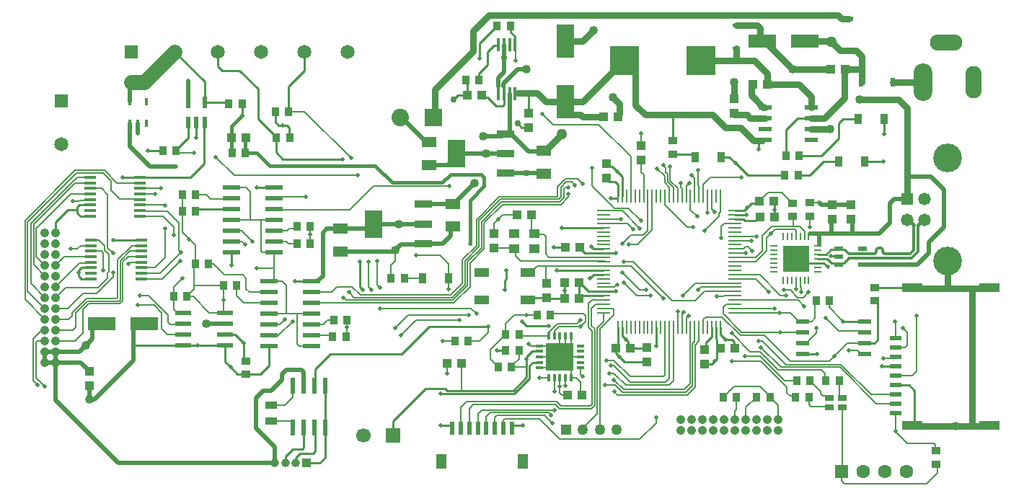
<source format=gbr>
%TF.GenerationSoftware,KiCad,Pcbnew,(6.0.5)*%
%TF.CreationDate,2022-05-28T08:12:22-07:00*%
%TF.ProjectId,Engine-Controller,456e6769-6e65-42d4-936f-6e74726f6c6c,1.0*%
%TF.SameCoordinates,Original*%
%TF.FileFunction,Copper,L1,Top*%
%TF.FilePolarity,Positive*%
%FSLAX46Y46*%
G04 Gerber Fmt 4.6, Leading zero omitted, Abs format (unit mm)*
G04 Created by KiCad (PCBNEW (6.0.5)) date 2022-05-28 08:12:22*
%MOMM*%
%LPD*%
G01*
G04 APERTURE LIST*
G04 Aperture macros list*
%AMRoundRect*
0 Rectangle with rounded corners*
0 $1 Rounding radius*
0 $2 $3 $4 $5 $6 $7 $8 $9 X,Y pos of 4 corners*
0 Add a 4 corners polygon primitive as box body*
4,1,4,$2,$3,$4,$5,$6,$7,$8,$9,$2,$3,0*
0 Add four circle primitives for the rounded corners*
1,1,$1+$1,$2,$3*
1,1,$1+$1,$4,$5*
1,1,$1+$1,$6,$7*
1,1,$1+$1,$8,$9*
0 Add four rect primitives between the rounded corners*
20,1,$1+$1,$2,$3,$4,$5,0*
20,1,$1+$1,$4,$5,$6,$7,0*
20,1,$1+$1,$6,$7,$8,$9,0*
20,1,$1+$1,$8,$9,$2,$3,0*%
G04 Aperture macros list end*
%TA.AperFunction,SMDPad,CuDef*%
%ADD10R,1.778000X1.270000*%
%TD*%
%TA.AperFunction,SMDPad,CuDef*%
%ADD11R,1.000000X1.100000*%
%TD*%
%TA.AperFunction,SMDPad,CuDef*%
%ADD12R,1.700000X0.990600*%
%TD*%
%TA.AperFunction,ComponentPad*%
%ADD13O,2.200000X4.400000*%
%TD*%
%TA.AperFunction,ComponentPad*%
%ADD14O,1.900000X3.800000*%
%TD*%
%TA.AperFunction,ComponentPad*%
%ADD15O,3.800000X1.900000*%
%TD*%
%TA.AperFunction,SMDPad,CuDef*%
%ADD16R,1.100000X1.000000*%
%TD*%
%TA.AperFunction,SMDPad,CuDef*%
%ADD17R,0.838200X0.457200*%
%TD*%
%TA.AperFunction,SMDPad,CuDef*%
%ADD18R,1.041400X0.584200*%
%TD*%
%TA.AperFunction,SMDPad,CuDef*%
%ADD19R,0.584200X1.041400*%
%TD*%
%TA.AperFunction,SMDPad,CuDef*%
%ADD20R,0.940000X1.020000*%
%TD*%
%TA.AperFunction,SMDPad,CuDef*%
%ADD21R,0.410000X1.570000*%
%TD*%
%TA.AperFunction,SMDPad,CuDef*%
%ADD22R,3.200000X1.600000*%
%TD*%
%TA.AperFunction,SMDPad,CuDef*%
%ADD23R,1.550000X0.600000*%
%TD*%
%TA.AperFunction,SMDPad,CuDef*%
%ADD24R,2.000000X4.000000*%
%TD*%
%TA.AperFunction,SMDPad,CuDef*%
%ADD25R,0.965200X1.295400*%
%TD*%
%TA.AperFunction,SMDPad,CuDef*%
%ADD26R,1.020000X0.940000*%
%TD*%
%TA.AperFunction,SMDPad,CuDef*%
%ADD27R,3.500000X3.500000*%
%TD*%
%TA.AperFunction,SMDPad,CuDef*%
%ADD28R,2.150000X0.950000*%
%TD*%
%TA.AperFunction,SMDPad,CuDef*%
%ADD29R,2.150000X3.250000*%
%TD*%
%TA.AperFunction,SMDPad,CuDef*%
%ADD30R,1.560000X0.280000*%
%TD*%
%TA.AperFunction,SMDPad,CuDef*%
%ADD31R,0.280000X1.560000*%
%TD*%
%TA.AperFunction,SMDPad,CuDef*%
%ADD32RoundRect,0.041300X-0.933700X-0.253700X0.933700X-0.253700X0.933700X0.253700X-0.933700X0.253700X0*%
%TD*%
%TA.AperFunction,ComponentPad*%
%ADD33R,1.478000X1.478000*%
%TD*%
%TA.AperFunction,ComponentPad*%
%ADD34C,1.478000*%
%TD*%
%TA.AperFunction,ComponentPad*%
%ADD35C,3.366000*%
%TD*%
%TA.AperFunction,ComponentPad*%
%ADD36C,1.066800*%
%TD*%
%TA.AperFunction,SMDPad,CuDef*%
%ADD37R,1.400000X0.620000*%
%TD*%
%TA.AperFunction,SMDPad,CuDef*%
%ADD38R,2.400000X1.100000*%
%TD*%
%TA.AperFunction,SMDPad,CuDef*%
%ADD39R,1.981200X0.558800*%
%TD*%
%TA.AperFunction,SMDPad,CuDef*%
%ADD40R,0.406400X0.952500*%
%TD*%
%TA.AperFunction,SMDPad,CuDef*%
%ADD41R,1.384300X0.355600*%
%TD*%
%TA.AperFunction,SMDPad,CuDef*%
%ADD42R,0.558800X1.981200*%
%TD*%
%TA.AperFunction,SMDPad,CuDef*%
%ADD43R,1.524000X0.558800*%
%TD*%
%TA.AperFunction,SMDPad,CuDef*%
%ADD44R,1.380000X0.920000*%
%TD*%
%TA.AperFunction,SMDPad,CuDef*%
%ADD45R,0.979300X0.558800*%
%TD*%
%TA.AperFunction,SMDPad,CuDef*%
%ADD46R,0.600000X1.500000*%
%TD*%
%TA.AperFunction,SMDPad,CuDef*%
%ADD47R,1.200000X1.800000*%
%TD*%
%TA.AperFunction,ComponentPad*%
%ADD48R,2.050000X2.050000*%
%TD*%
%TA.AperFunction,ComponentPad*%
%ADD49C,2.050000*%
%TD*%
%TA.AperFunction,SMDPad,CuDef*%
%ADD50R,1.000000X0.800000*%
%TD*%
%TA.AperFunction,ComponentPad*%
%ADD51R,1.700000X1.700000*%
%TD*%
%TA.AperFunction,ComponentPad*%
%ADD52C,1.700000*%
%TD*%
%TA.AperFunction,ComponentPad*%
%ADD53R,1.008000X1.008000*%
%TD*%
%TA.AperFunction,ComponentPad*%
%ADD54C,1.008000*%
%TD*%
%TA.AperFunction,ComponentPad*%
%ADD55R,1.650000X1.650000*%
%TD*%
%TA.AperFunction,ComponentPad*%
%ADD56C,1.650000*%
%TD*%
%TA.AperFunction,SMDPad,CuDef*%
%ADD57R,1.300000X1.100000*%
%TD*%
%TA.AperFunction,SMDPad,CuDef*%
%ADD58RoundRect,0.012800X-0.392200X-0.147200X0.392200X-0.147200X0.392200X0.147200X-0.392200X0.147200X0*%
%TD*%
%TA.AperFunction,SMDPad,CuDef*%
%ADD59RoundRect,0.012800X0.147200X-0.392200X0.147200X0.392200X-0.147200X0.392200X-0.147200X-0.392200X0*%
%TD*%
%TA.AperFunction,SMDPad,CuDef*%
%ADD60R,3.250000X3.250000*%
%TD*%
%TA.AperFunction,ComponentPad*%
%ADD61C,0.500000*%
%TD*%
%TA.AperFunction,ComponentPad*%
%ADD62R,1.258000X1.258000*%
%TD*%
%TA.AperFunction,ComponentPad*%
%ADD63C,1.258000*%
%TD*%
%TA.AperFunction,SMDPad,CuDef*%
%ADD64R,0.900000X0.254000*%
%TD*%
%TA.AperFunction,SMDPad,CuDef*%
%ADD65R,0.254000X0.900000*%
%TD*%
%TA.AperFunction,SMDPad,CuDef*%
%ADD66R,3.100000X3.100000*%
%TD*%
%TA.AperFunction,ComponentPad*%
%ADD67R,1.605000X1.605000*%
%TD*%
%TA.AperFunction,ComponentPad*%
%ADD68C,1.605000*%
%TD*%
%TA.AperFunction,SMDPad,CuDef*%
%ADD69R,0.558800X1.320800*%
%TD*%
%TA.AperFunction,ViaPad*%
%ADD70C,0.500000*%
%TD*%
%TA.AperFunction,ViaPad*%
%ADD71C,1.016000*%
%TD*%
%TA.AperFunction,ViaPad*%
%ADD72C,0.762000*%
%TD*%
%TA.AperFunction,ViaPad*%
%ADD73C,1.270000*%
%TD*%
%TA.AperFunction,Conductor*%
%ADD74C,0.762000*%
%TD*%
%TA.AperFunction,Conductor*%
%ADD75C,0.254000*%
%TD*%
%TA.AperFunction,Conductor*%
%ADD76C,0.177800*%
%TD*%
%TA.AperFunction,Conductor*%
%ADD77C,0.508000*%
%TD*%
%TA.AperFunction,Conductor*%
%ADD78C,0.381000*%
%TD*%
%TA.AperFunction,Conductor*%
%ADD79C,0.368300*%
%TD*%
%TA.AperFunction,Conductor*%
%ADD80C,1.778000*%
%TD*%
G04 APERTURE END LIST*
D10*
%TO.P,C6,1,1*%
%TO.N,5V*%
X147904200Y-112623600D03*
%TO.P,C6,2,2*%
%TO.N,Earth*%
X147904200Y-115265200D03*
%TD*%
%TO.P,C7,1,1*%
%TO.N,3.3V*%
X134442200Y-114249200D03*
%TO.P,C7,2,2*%
%TO.N,Earth*%
X134442200Y-111607600D03*
%TD*%
D11*
%TO.P,C8,1*%
%TO.N,Earth*%
X148259800Y-129882000D03*
%TO.P,C8,2*%
%TO.N,NRST*%
X148259800Y-128182000D03*
%TD*%
D12*
%TO.P,B1,1,1*%
%TO.N,Earth*%
X146032200Y-130123999D03*
%TO.P,B1,2,2*%
%TO.N,unconnected-(B1-Pad2)*%
X140632200Y-130123999D03*
%TO.P,B1,3,3*%
%TO.N,NRST*%
X146032200Y-126924001D03*
%TO.P,B1,4,4*%
%TO.N,unconnected-(B1-Pad4)*%
X140632200Y-126924001D03*
%TD*%
D13*
%TO.P,P1,1*%
%TO.N,Net-(D5-Pad2)*%
X192443200Y-104546400D03*
D14*
%TO.P,P1,2*%
%TO.N,Earth*%
X198398200Y-104546400D03*
D15*
%TO.P,P1,3,MountPin*%
X195148200Y-99856400D03*
%TD*%
D11*
%TO.P,C15,1*%
%TO.N,Earth*%
X146126200Y-109841400D03*
%TO.P,C15,2*%
%TO.N,5V_BUCK*%
X146126200Y-108141400D03*
%TD*%
D16*
%TO.P,C16,1*%
%TO.N,Earth*%
X138926200Y-106070400D03*
%TO.P,C16,2*%
%TO.N,5V_USB*%
X140626200Y-106070400D03*
%TD*%
D17*
%TO.P,D2,1*%
%TO.N,Net-(C4-Pad1)*%
X170510200Y-100533200D03*
%TO.P,D2,2*%
%TO.N,Earth*%
X170510200Y-97891600D03*
%TD*%
D18*
%TO.P,D4,1*%
%TO.N,VIN*%
X183718200Y-100799900D03*
%TO.P,D4,2*%
%TO.N,V_HEAD*%
X183718200Y-97116900D03*
%TD*%
D19*
%TO.P,D5,1*%
%TO.N,VIN*%
X185178700Y-104546400D03*
%TO.P,D5,2*%
%TO.N,Net-(D5-Pad2)*%
X188861700Y-104546400D03*
%TD*%
D20*
%TO.P,R8,1*%
%TO.N,5V_SRC*%
X143995200Y-97942400D03*
%TO.P,R8,2*%
%TO.N,3.3V*%
X142415200Y-97942400D03*
%TD*%
%TO.P,R9,1*%
%TO.N,Net-(R9-Pad1)*%
X140312200Y-104292400D03*
%TO.P,R9,2*%
%TO.N,Earth*%
X138732200Y-104292400D03*
%TD*%
D21*
%TO.P,U6,1,STAT*%
%TO.N,5V_SRC*%
X144561200Y-100152400D03*
%TO.P,U6,2,D0*%
%TO.N,unconnected-(U6-Pad2)*%
X143911200Y-100152400D03*
%TO.P,U6,3,D1*%
%TO.N,Earth*%
X143261200Y-100152400D03*
%TO.P,U6,4,ILIM*%
%TO.N,Net-(R9-Pad1)*%
X142611200Y-100152400D03*
%TO.P,U6,5,GND*%
%TO.N,Earth*%
X142611200Y-105892400D03*
%TO.P,U6,6,IN2*%
%TO.N,5V_USB*%
X143261200Y-105892400D03*
%TO.P,U6,7,OUT*%
%TO.N,5V*%
X143911200Y-105892400D03*
%TO.P,U6,8,IN1*%
%TO.N,5V_BUCK*%
X144561200Y-105892400D03*
%TD*%
D22*
%TO.P,C1,1*%
%TO.N,VIN*%
X178598200Y-99720400D03*
%TO.P,C1,2*%
%TO.N,Earth*%
X173598200Y-99720400D03*
%TD*%
D16*
%TO.P,C17,1*%
%TO.N,Earth*%
X156628200Y-108610400D03*
%TO.P,C17,2*%
%TO.N,5V_BUCK*%
X154928200Y-108610400D03*
%TD*%
%TO.P,C2,1*%
%TO.N,Earth*%
X181598200Y-103022400D03*
%TO.P,C2,2*%
%TO.N,VIN*%
X183298200Y-103022400D03*
%TD*%
D11*
%TO.P,C3,1*%
%TO.N,Earth*%
X170256200Y-106490400D03*
%TO.P,C3,2*%
%TO.N,Net-(C3-Pad2)*%
X170256200Y-108190400D03*
%TD*%
D23*
%TO.P,U2,1,BOOT*%
%TO.N,Net-(C4-Pad2)*%
X173906200Y-107467400D03*
%TO.P,U2,2,SS*%
%TO.N,Net-(C3-Pad2)*%
X173906200Y-108737400D03*
%TO.P,U2,3,RT/SYNC*%
%TO.N,unconnected-(U2-Pad3)*%
X173906200Y-110007400D03*
%TO.P,U2,4,FB*%
%TO.N,5V_BUCK*%
X173906200Y-111277400D03*
%TO.P,U2,5,EN*%
%TO.N,unconnected-(U2-Pad5)*%
X179306200Y-111277400D03*
%TO.P,U2,6,GND*%
%TO.N,Earth*%
X179306200Y-110007400D03*
%TO.P,U2,7,VIN*%
%TO.N,VIN*%
X179306200Y-108737400D03*
%TO.P,U2,8,SW*%
%TO.N,Net-(C4-Pad1)*%
X179306200Y-107467400D03*
%TD*%
D20*
%TO.P,R5,1*%
%TO.N,Net-(D3-Pad1)*%
X177777200Y-115468400D03*
%TO.P,R5,2*%
%TO.N,Earth*%
X176197200Y-115468400D03*
%TD*%
D24*
%TO.P,C5,1*%
%TO.N,5V_BUCK*%
X150444200Y-106826400D03*
%TO.P,C5,2*%
%TO.N,Earth*%
X150444200Y-99726400D03*
%TD*%
D25*
%TO.P,D3,1,1*%
%TO.N,Net-(D3-Pad1)*%
X182575200Y-113817400D03*
%TO.P,D3,2,2*%
%TO.N,3.3V*%
X185623200Y-113817400D03*
%TD*%
D20*
%TO.P,R2,1*%
%TO.N,VIN*%
X176324200Y-113182400D03*
%TO.P,R2,2*%
%TO.N,Net-(D6-Pad2)*%
X177904200Y-113182400D03*
%TD*%
D26*
%TO.P,R3,1*%
%TO.N,5V_BUCK*%
X163093400Y-111417100D03*
%TO.P,R3,2*%
%TO.N,Net-(D7-Pad2)*%
X163093400Y-112997100D03*
%TD*%
D27*
%TO.P,L1,1*%
%TO.N,Net-(C4-Pad1)*%
X166324200Y-102006400D03*
%TO.P,L1,2*%
%TO.N,5V_BUCK*%
X157424200Y-102006400D03*
%TD*%
D28*
%TO.P,U3,1,GND*%
%TO.N,Earth*%
X143438200Y-115228400D03*
%TO.P,U3,2,VOUT*%
%TO.N,3.3V*%
X143438200Y-112928400D03*
D29*
X137638200Y-112928400D03*
D28*
%TO.P,U3,3,VIN*%
%TO.N,5V*%
X143438200Y-110628400D03*
%TD*%
D16*
%TO.P,C4,1*%
%TO.N,Net-(C4-Pad1)*%
X174154200Y-104800400D03*
%TO.P,C4,2*%
%TO.N,Net-(C4-Pad2)*%
X172454200Y-104800400D03*
%TD*%
D30*
%TO.P,U1,1,PE2*%
%TO.N,W_SCK*%
X154956200Y-119628400D03*
%TO.P,U1,2,PE3*%
%TO.N,unconnected-(U1-Pad2)*%
X154956200Y-120128400D03*
%TO.P,U1,3,PE4*%
%TO.N,W_MISO*%
X154956200Y-120628400D03*
%TO.P,U1,4,PE5*%
%TO.N,W_MOSI*%
X154956200Y-121128400D03*
%TO.P,U1,5,PE6*%
%TO.N,FIRE*%
X154956200Y-121628400D03*
%TO.P,U1,6,VBAT*%
%TO.N,unconnected-(U1-Pad6)*%
X154956200Y-122128400D03*
%TO.P,U1,7,PC13*%
%TO.N,unconnected-(U1-Pad7)*%
X154956200Y-122628400D03*
%TO.P,U1,8,PC14*%
%TO.N,unconnected-(U1-Pad8)*%
X154956200Y-123128400D03*
%TO.P,U1,9,PC15*%
%TO.N,unconnected-(U1-Pad9)*%
X154956200Y-123628400D03*
%TO.P,U1,10,VSS*%
%TO.N,Earth*%
X154956200Y-124128400D03*
%TO.P,U1,11,VDD*%
%TO.N,3.3V*%
X154956200Y-124628400D03*
%TO.P,U1,12,PH0*%
%TO.N,OSC_IN*%
X154956200Y-125128400D03*
%TO.P,U1,13,PH1*%
%TO.N,OSC_OUT*%
X154956200Y-125628400D03*
%TO.P,U1,14,NRST*%
%TO.N,NRST*%
X154956200Y-126128400D03*
%TO.P,U1,15,PC0*%
%TO.N,PT*%
X154956200Y-126628400D03*
%TO.P,U1,16,PC1*%
%TO.N,LC*%
X154956200Y-127128400D03*
%TO.P,U1,17,PC2_C*%
%TO.N,unconnected-(U1-Pad17)*%
X154956200Y-127628400D03*
%TO.P,U1,18,PC3_C*%
%TO.N,unconnected-(U1-Pad18)*%
X154956200Y-128128400D03*
%TO.P,U1,19,VSSA*%
%TO.N,Earth*%
X154956200Y-128628400D03*
%TO.P,U1,20,VREF+*%
%TO.N,A3.3V*%
X154956200Y-129128400D03*
%TO.P,U1,21,VDDA*%
X154956200Y-129628400D03*
%TO.P,U1,22,PA0*%
%TO.N,W_TX*%
X154956200Y-130128400D03*
%TO.P,U1,23,PA1*%
%TO.N,W_RX*%
X154956200Y-130628400D03*
%TO.P,U1,24,PA2*%
%TO.N,ValveCtrl_RX*%
X154956200Y-131128400D03*
%TO.P,U1,25,PA3*%
%TO.N,ValveCtrl_TX*%
X154956200Y-131628400D03*
D31*
%TO.P,U1,26,VSS*%
%TO.N,Earth*%
X156636200Y-133308400D03*
%TO.P,U1,27,VDD*%
%TO.N,3.3V*%
X157136200Y-133308400D03*
%TO.P,U1,28,PA4*%
%TO.N,unconnected-(U1-Pad28)*%
X157636200Y-133308400D03*
%TO.P,U1,29,PA5*%
%TO.N,unconnected-(U1-Pad29)*%
X158136200Y-133308400D03*
%TO.P,U1,30,PA6*%
%TO.N,unconnected-(U1-Pad30)*%
X158636200Y-133308400D03*
%TO.P,U1,31,PA7*%
%TO.N,unconnected-(U1-Pad31)*%
X159136200Y-133308400D03*
%TO.P,U1,32,PC4*%
%TO.N,unconnected-(U1-Pad32)*%
X159636200Y-133308400D03*
%TO.P,U1,33,PC5*%
%TO.N,unconnected-(U1-Pad33)*%
X160136200Y-133308400D03*
%TO.P,U1,34,PB0*%
%TO.N,unconnected-(U1-Pad34)*%
X160636200Y-133308400D03*
%TO.P,U1,35,PB1*%
%TO.N,W_SS*%
X161136200Y-133308400D03*
%TO.P,U1,36,PB2*%
%TO.N,unconnected-(U1-Pad36)*%
X161636200Y-133308400D03*
%TO.P,U1,37,PE7*%
%TO.N,E_CONT*%
X162136200Y-133308400D03*
%TO.P,U1,38,PE8*%
%TO.N,NOZ_CONT*%
X162636200Y-133308400D03*
%TO.P,U1,39,PE9*%
%TO.N,SP_CONT*%
X163136200Y-133308400D03*
%TO.P,U1,40,PE10*%
%TO.N,STATUS_R*%
X163636200Y-133308400D03*
%TO.P,U1,41,PE11*%
%TO.N,STATUS_G*%
X164136200Y-133308400D03*
%TO.P,U1,42,PE12*%
%TO.N,STATUS_B*%
X164636200Y-133308400D03*
%TO.P,U1,43,PE13*%
%TO.N,TC_ALERT*%
X165136200Y-133308400D03*
%TO.P,U1,44,PE14*%
%TO.N,TC_OC*%
X165636200Y-133308400D03*
%TO.P,U1,45,PE15*%
%TO.N,TC_SC*%
X166136200Y-133308400D03*
%TO.P,U1,46,PB10*%
%TO.N,FLASH_SCK*%
X166636200Y-133308400D03*
%TO.P,U1,47,PB11*%
%TO.N,unconnected-(U1-Pad47)*%
X167136200Y-133308400D03*
%TO.P,U1,48,VCAP1*%
%TO.N,CAP1*%
X167636200Y-133308400D03*
%TO.P,U1,49,VSS*%
%TO.N,Earth*%
X168136200Y-133308400D03*
%TO.P,U1,50,VDD*%
%TO.N,3.3V*%
X168636200Y-133308400D03*
D30*
%TO.P,U1,51,PB12*%
%TO.N,FLASH_SS*%
X170316200Y-131628400D03*
%TO.P,U1,52,PB13*%
%TO.N,SD_DETECT*%
X170316200Y-131128400D03*
%TO.P,U1,53,PB14*%
%TO.N,FLASH_MISO*%
X170316200Y-130628400D03*
%TO.P,U1,54,PB15*%
%TO.N,FLASH_MOSI*%
X170316200Y-130128400D03*
%TO.P,U1,55,PD8*%
%TO.N,PT_GAIN7*%
X170316200Y-129628400D03*
%TO.P,U1,56,PD9*%
%TO.N,PT_MUX_A*%
X170316200Y-129128400D03*
%TO.P,U1,57,PD10*%
%TO.N,PT_MUX_B*%
X170316200Y-128628400D03*
%TO.P,U1,58,PD11*%
%TO.N,PT_MUX_C*%
X170316200Y-128128400D03*
%TO.P,U1,59,PD12*%
%TO.N,FLASH_WP*%
X170316200Y-127628400D03*
%TO.P,U1,60,PD13*%
%TO.N,FLASH_HOLD*%
X170316200Y-127128400D03*
%TO.P,U1,61,PD14*%
%TO.N,unconnected-(U1-Pad61)*%
X170316200Y-126628400D03*
%TO.P,U1,62,PD15*%
%TO.N,unconnected-(U1-Pad62)*%
X170316200Y-126128400D03*
%TO.P,U1,63,PC6*%
%TO.N,~{USB_SUSPEND}*%
X170316200Y-125628400D03*
%TO.P,U1,64,PC7*%
%TO.N,~{USB_RST}*%
X170316200Y-125128400D03*
%TO.P,U1,65,PC8*%
%TO.N,SD_DAT0*%
X170316200Y-124628400D03*
%TO.P,U1,66,PC9*%
%TO.N,SD_DAT1*%
X170316200Y-124128400D03*
%TO.P,U1,67,PA8*%
%TO.N,unconnected-(U1-Pad67)*%
X170316200Y-123628400D03*
%TO.P,U1,68,PA9*%
%TO.N,RX_USB*%
X170316200Y-123128400D03*
%TO.P,U1,69,PA10*%
%TO.N,TX_USB*%
X170316200Y-122628400D03*
%TO.P,U1,70,PA11*%
%TO.N,unconnected-(U1-Pad70)*%
X170316200Y-122128400D03*
%TO.P,U1,71,PA12*%
%TO.N,unconnected-(U1-Pad71)*%
X170316200Y-121628400D03*
%TO.P,U1,72,PA13*%
%TO.N,SWDIO*%
X170316200Y-121128400D03*
%TO.P,U1,73,VCAP2*%
%TO.N,CAP2*%
X170316200Y-120628400D03*
%TO.P,U1,74,VSS*%
%TO.N,Earth*%
X170316200Y-120128400D03*
%TO.P,U1,75,VDD*%
%TO.N,3.3V*%
X170316200Y-119628400D03*
D31*
%TO.P,U1,76,PA14*%
%TO.N,SWCLK*%
X168636200Y-117948400D03*
%TO.P,U1,77,PA15*%
%TO.N,unconnected-(U1-Pad77)*%
X168136200Y-117948400D03*
%TO.P,U1,78,PC10*%
%TO.N,SD_DAT2*%
X167636200Y-117948400D03*
%TO.P,U1,79,PC11*%
%TO.N,SD_DAT3*%
X167136200Y-117948400D03*
%TO.P,U1,80,PC12*%
%TO.N,SD_CLK*%
X166636200Y-117948400D03*
%TO.P,U1,81,PD0*%
%TO.N,PT_GAIN0*%
X166136200Y-117948400D03*
%TO.P,U1,82,PD1*%
%TO.N,PT_GAIN1*%
X165636200Y-117948400D03*
%TO.P,U1,83,PD2*%
%TO.N,SD_CMD*%
X165136200Y-117948400D03*
%TO.P,U1,84,PD3*%
%TO.N,PT_GAIN2*%
X164636200Y-117948400D03*
%TO.P,U1,85,PD4*%
%TO.N,PT_GAIN3*%
X164136200Y-117948400D03*
%TO.P,U1,86,PD5*%
%TO.N,PT_GAIN4*%
X163636200Y-117948400D03*
%TO.P,U1,87,PD6*%
%TO.N,PT_GAIN5*%
X163136200Y-117948400D03*
%TO.P,U1,88,PD7*%
%TO.N,PT_GAIN6*%
X162636200Y-117948400D03*
%TO.P,U1,89,PB3*%
%TO.N,SWO*%
X162136200Y-117948400D03*
%TO.P,U1,90,PB4*%
%TO.N,unconnected-(U1-Pad90)*%
X161636200Y-117948400D03*
%TO.P,U1,91,PB5*%
%TO.N,unconnected-(U1-Pad91)*%
X161136200Y-117948400D03*
%TO.P,U1,92,PB6*%
%TO.N,SCL*%
X160636200Y-117948400D03*
%TO.P,U1,93,PB7*%
%TO.N,SDA*%
X160136200Y-117948400D03*
%TO.P,U1,94,BOOT0*%
%TO.N,BOOT*%
X159636200Y-117948400D03*
%TO.P,U1,95,PB8*%
%TO.N,unconnected-(U1-Pad95)*%
X159136200Y-117948400D03*
%TO.P,U1,96,PB9*%
%TO.N,unconnected-(U1-Pad96)*%
X158636200Y-117948400D03*
%TO.P,U1,97,PE0*%
%TO.N,5V_SRC*%
X158136200Y-117948400D03*
%TO.P,U1,98,PE1*%
%TO.N,unconnected-(U1-Pad98)*%
X157636200Y-117948400D03*
%TO.P,U1,99,VSS*%
%TO.N,Earth*%
X157136200Y-117948400D03*
%TO.P,U1,100,VDD*%
%TO.N,3.3V*%
X156636200Y-117948400D03*
%TD*%
D25*
%TO.P,D7,1,1*%
%TO.N,Earth*%
X168719500Y-113334800D03*
%TO.P,D7,2,2*%
%TO.N,Net-(D7-Pad2)*%
X165671500Y-113334800D03*
%TD*%
%TO.P,D6,1,1*%
%TO.N,Earth*%
X187909200Y-108864400D03*
%TO.P,D6,2,2*%
%TO.N,Net-(D6-Pad2)*%
X184861200Y-108864400D03*
%TD*%
D11*
%TO.P,C30,1*%
%TO.N,Earth*%
X94564200Y-140194400D03*
%TO.P,C30,2*%
%TO.N,5V*%
X94564200Y-138494400D03*
%TD*%
D10*
%TO.P,C27,1,1*%
%TO.N,5V*%
X137236200Y-118846600D03*
%TO.P,C27,2,2*%
%TO.N,Earth*%
X137236200Y-121488200D03*
%TD*%
D16*
%TO.P,C9,1*%
%TO.N,Earth*%
X150432400Y-123901200D03*
%TO.P,C9,2*%
%TO.N,3.3V*%
X152132400Y-123901200D03*
%TD*%
D25*
%TO.P,D9,1,1*%
%TO.N,Net-(D9-Pad1)*%
X133680200Y-127533400D03*
%TO.P,D9,2,2*%
%TO.N,A3.3V*%
X136728200Y-127533400D03*
%TD*%
D20*
%TO.P,R27,1*%
%TO.N,Net-(R27-Pad1)*%
X104442200Y-129692400D03*
%TO.P,R27,2*%
%TO.N,Net-(R19-Pad2)*%
X106022200Y-129692400D03*
%TD*%
%TO.P,R1,1*%
%TO.N,STATUS_B*%
X177467200Y-141503400D03*
%TO.P,R1,2*%
%TO.N,Net-(D1-Pad2)*%
X179047200Y-141503400D03*
%TD*%
%TO.P,R18,1*%
%TO.N,SWCLK*%
X170538200Y-141503400D03*
%TO.P,R18,2*%
%TO.N,3.3V*%
X168958200Y-141503400D03*
%TD*%
D26*
%TO.P,R14,1*%
%TO.N,~{USB_SUSPEND}*%
X179146200Y-120270400D03*
%TO.P,R14,2*%
%TO.N,Earth*%
X179146200Y-118690400D03*
%TD*%
D16*
%TO.P,C21,1*%
%TO.N,Earth*%
X156364200Y-135788400D03*
%TO.P,C21,2*%
%TO.N,3.3V*%
X158064200Y-135788400D03*
%TD*%
D26*
%TO.P,R34,1*%
%TO.N,FLASH_SCK*%
X186766200Y-130228400D03*
%TO.P,R34,2*%
%TO.N,Earth*%
X186766200Y-128648400D03*
%TD*%
D20*
%TO.P,R7,1*%
%TO.N,FIRE*%
X112880200Y-112801400D03*
%TO.P,R7,2*%
%TO.N,Earth*%
X111300200Y-112801400D03*
%TD*%
D32*
%TO.P,U7,1*%
%TO.N,Net-(R27-Pad1)*%
X115648200Y-127914400D03*
%TO.P,U7,2*%
%TO.N,Net-(R19-Pad1)*%
X115648200Y-129184400D03*
%TO.P,U7,3*%
%TO.N,Net-(R20-Pad1)*%
X115648200Y-130454400D03*
%TO.P,U7,4*%
%TO.N,Net-(R27-Pad1)*%
X115648200Y-131724400D03*
%TO.P,U7,5*%
%TO.N,PT_GAIN1*%
X115648200Y-132994400D03*
%TO.P,U7,6*%
%TO.N,PT_GAIN2*%
X115648200Y-134264400D03*
%TO.P,U7,7*%
%TO.N,Earth*%
X115648200Y-135534400D03*
%TO.P,U7,8*%
%TO.N,Net-(R27-Pad1)*%
X120608200Y-135534400D03*
%TO.P,U7,9*%
%TO.N,Net-(R21-Pad1)*%
X120608200Y-134264400D03*
%TO.P,U7,10*%
%TO.N,Net-(R22-Pad1)*%
X120608200Y-132994400D03*
%TO.P,U7,11*%
%TO.N,Net-(R27-Pad1)*%
X120608200Y-131724400D03*
%TO.P,U7,12*%
%TO.N,PT_GAIN3*%
X120608200Y-130454400D03*
%TO.P,U7,13*%
%TO.N,PT_GAIN0*%
X120608200Y-129184400D03*
%TO.P,U7,14*%
%TO.N,A3.3V*%
X120608200Y-127914400D03*
%TD*%
D20*
%TO.P,R16,1*%
%TO.N,STATUS_G*%
X177594200Y-139598400D03*
%TO.P,R16,2*%
%TO.N,Net-(D1-Pad3)*%
X179174200Y-139598400D03*
%TD*%
%TO.P,R29,1*%
%TO.N,/Sensors/TC+*%
X144122200Y-137947400D03*
%TO.P,R29,2*%
%TO.N,3.3V*%
X142542200Y-137947400D03*
%TD*%
%TO.P,R32,1*%
%TO.N,3.3V*%
X143431200Y-134137400D03*
%TO.P,R32,2*%
%TO.N,SDA*%
X145011200Y-134137400D03*
%TD*%
%TO.P,R17,1*%
%TO.N,STATUS_R*%
X181023200Y-139598400D03*
%TO.P,R17,2*%
%TO.N,Net-(D1-Pad4)*%
X182603200Y-139598400D03*
%TD*%
D33*
%TO.P,P5,1,VCC*%
%TO.N,5V_USB*%
X190574500Y-118231600D03*
D34*
%TO.P,P5,2,D-*%
%TO.N,/Page2/D-*%
X190574500Y-120731600D03*
%TO.P,P5,3,D+*%
%TO.N,/Page2/D+*%
X192574500Y-120731600D03*
%TO.P,P5,4,GND*%
%TO.N,Earth*%
X192574500Y-118231600D03*
D35*
%TO.P,P5,S1,SHIELD*%
X195284500Y-125501600D03*
%TO.P,P5,S2,SHIELD*%
X195284500Y-113461600D03*
%TD*%
D36*
%TO.P,P3,1,1*%
%TO.N,3.3V*%
X175463200Y-144159350D03*
%TO.P,P3,2,2*%
X175463200Y-145429350D03*
%TO.P,P3,3,3*%
%TO.N,Earth*%
X174193200Y-144159350D03*
%TO.P,P3,4,4*%
X174193200Y-145429350D03*
%TO.P,P3,5,5*%
X172923200Y-144159350D03*
%TO.P,P3,6,6*%
X172923200Y-145429350D03*
%TO.P,P3,7,7*%
%TO.N,SWDIO*%
X171653200Y-144159350D03*
%TO.P,P3,8,8*%
%TO.N,Earth*%
X171653200Y-145429350D03*
%TO.P,P3,9,9*%
%TO.N,SWCLK*%
X170383200Y-144159350D03*
%TO.P,P3,10,10*%
%TO.N,Earth*%
X170383200Y-145429350D03*
%TO.P,P3,11,11*%
%TO.N,unconnected-(P3-Pad11)*%
X169113200Y-144159350D03*
%TO.P,P3,12,12*%
%TO.N,Earth*%
X169113200Y-145429350D03*
%TO.P,P3,13,13*%
%TO.N,SWO*%
X167843200Y-144159350D03*
%TO.P,P3,14,14*%
%TO.N,Earth*%
X167843200Y-145429350D03*
%TO.P,P3,15,15*%
%TO.N,NRST*%
X166573200Y-144159350D03*
%TO.P,P3,16,16*%
%TO.N,Earth*%
X166573200Y-145429350D03*
%TO.P,P3,17,17*%
%TO.N,unconnected-(P3-Pad17)*%
X165303200Y-144159350D03*
%TO.P,P3,18,18*%
%TO.N,Earth*%
X165303200Y-145429350D03*
%TO.P,P3,19,19*%
%TO.N,unconnected-(P3-Pad19)*%
X164033200Y-144159350D03*
%TO.P,P3,20,20*%
%TO.N,Earth*%
X164033200Y-145429350D03*
%TD*%
D11*
%TO.P,C10,1*%
%TO.N,Earth*%
X159982800Y-137425800D03*
%TO.P,C10,2*%
%TO.N,3.3V*%
X159982800Y-135725800D03*
%TD*%
D20*
%TO.P,R4,1*%
%TO.N,Net-(P2-Pad2)*%
X110919200Y-107086400D03*
%TO.P,R4,2*%
%TO.N,Earth*%
X112499200Y-107086400D03*
%TD*%
D16*
%TO.P,C14,1*%
%TO.N,Earth*%
X168644200Y-135788400D03*
%TO.P,C14,2*%
%TO.N,3.3V*%
X170344200Y-135788400D03*
%TD*%
D11*
%TO.P,C20,1*%
%TO.N,Earth*%
X181813200Y-118936400D03*
%TO.P,C20,2*%
%TO.N,5V_USB*%
X181813200Y-120636400D03*
%TD*%
D37*
%TO.P,P4,P1,DAT2*%
%TO.N,SD_DAT2*%
X189214600Y-134630800D03*
%TO.P,P4,P2,DAT3/CD*%
%TO.N,SD_DAT3*%
X189214600Y-135730800D03*
%TO.P,P4,P3,CMD*%
%TO.N,SD_CMD*%
X189214600Y-136830800D03*
%TO.P,P4,P4,VDD*%
%TO.N,3.3V*%
X189214600Y-137930800D03*
%TO.P,P4,P5,CLK*%
%TO.N,SD_CLK*%
X189214600Y-139030800D03*
%TO.P,P4,P6,VSS*%
%TO.N,Earth*%
X189214600Y-140130800D03*
%TO.P,P4,P7,DAT0*%
%TO.N,SD_DAT0*%
X189214600Y-141230800D03*
%TO.P,P4,P8,DAT1*%
%TO.N,SD_DAT1*%
X189214600Y-142330800D03*
%TO.P,P4,P9,DETECT*%
%TO.N,SD_DETECT*%
X189214600Y-143430800D03*
D38*
%TO.P,P4,SH1,SH1*%
%TO.N,Earth*%
X200214600Y-144810800D03*
%TO.P,P4,SH2,SH2*%
X191214600Y-144810800D03*
%TO.P,P4,SH3,SH3*%
X191214600Y-128660800D03*
%TO.P,P4,SH4,SH4*%
X200214600Y-128660800D03*
%TD*%
D39*
%TO.P,U8,1,-RG*%
%TO.N,Net-(R27-Pad1)*%
X105562400Y-131597400D03*
%TO.P,U8,2,-IN*%
%TO.N,PT-*%
X105562400Y-132867400D03*
%TO.P,U8,3,+IN*%
%TO.N,PT+*%
X105562400Y-134137400D03*
%TO.P,U8,4,-VS*%
%TO.N,Earth*%
X105562400Y-135407400D03*
%TO.P,U8,5,REF*%
X110490000Y-135407400D03*
%TO.P,U8,6,OUT*%
%TO.N,PT*%
X110490000Y-134137400D03*
%TO.P,U8,7,+VS*%
%TO.N,5V*%
X110490000Y-132867400D03*
%TO.P,U8,8,+RG*%
%TO.N,Net-(R19-Pad2)*%
X110490000Y-131597400D03*
%TD*%
D36*
%TO.P,P8,1,1*%
%TO.N,5V*%
X90627200Y-137439400D03*
%TO.P,P8,2,2*%
X89357200Y-137439400D03*
%TO.P,P8,3,3*%
X90627200Y-136169400D03*
%TO.P,P8,4,4*%
X89357200Y-136169400D03*
%TO.P,P8,5,5*%
%TO.N,PT1+*%
X90627200Y-134899400D03*
%TO.P,P8,6,6*%
%TO.N,PT1-*%
X89357200Y-134899400D03*
%TO.P,P8,7,7*%
%TO.N,PT2+*%
X90627200Y-133629400D03*
%TO.P,P8,8,8*%
%TO.N,PT2-*%
X89357200Y-133629400D03*
%TO.P,P8,9,9*%
%TO.N,PT3+*%
X90627200Y-132359400D03*
%TO.P,P8,10,10*%
%TO.N,PT3-*%
X89357200Y-132359400D03*
%TO.P,P8,11,11*%
%TO.N,PT4+*%
X90627200Y-131089400D03*
%TO.P,P8,12,12*%
%TO.N,PT4-*%
X89357200Y-131089400D03*
%TO.P,P8,13,13*%
%TO.N,PT5+*%
X90627200Y-129819400D03*
%TO.P,P8,14,14*%
%TO.N,PT5-*%
X89357200Y-129819400D03*
%TO.P,P8,15,15*%
%TO.N,PT6+*%
X90627200Y-128549400D03*
%TO.P,P8,16,16*%
%TO.N,PT6-*%
X89357200Y-128549400D03*
%TO.P,P8,17,17*%
%TO.N,PT7+*%
X90627200Y-127279400D03*
%TO.P,P8,18,18*%
%TO.N,PT7-*%
X89357200Y-127279400D03*
%TO.P,P8,19,19*%
%TO.N,PT8+*%
X90627200Y-126009400D03*
%TO.P,P8,20,20*%
%TO.N,PT8-*%
X89357200Y-126009400D03*
%TO.P,P8,21,21*%
%TO.N,Earth*%
X90627200Y-124739400D03*
%TO.P,P8,22,22*%
X89357200Y-124739400D03*
%TO.P,P8,23,23*%
X90627200Y-123469400D03*
%TO.P,P8,24,24*%
X89357200Y-123469400D03*
%TO.P,P8,25,25*%
X90627200Y-122199400D03*
%TO.P,P8,26,26*%
X89357200Y-122199400D03*
%TD*%
D32*
%TO.P,U9,1*%
%TO.N,Net-(R27-Pad1)*%
X111261200Y-116865400D03*
%TO.P,U9,2*%
%TO.N,Net-(R23-Pad1)*%
X111261200Y-118135400D03*
%TO.P,U9,3*%
%TO.N,Net-(R24-Pad1)*%
X111261200Y-119405400D03*
%TO.P,U9,4*%
%TO.N,Net-(R27-Pad1)*%
X111261200Y-120675400D03*
%TO.P,U9,5*%
%TO.N,PT_GAIN5*%
X111261200Y-121945400D03*
%TO.P,U9,6*%
%TO.N,PT_GAIN6*%
X111261200Y-123215400D03*
%TO.P,U9,7*%
%TO.N,Earth*%
X111261200Y-124485400D03*
%TO.P,U9,8*%
%TO.N,Net-(R27-Pad1)*%
X116221200Y-124485400D03*
%TO.P,U9,9*%
%TO.N,Net-(R25-Pad1)*%
X116221200Y-123215400D03*
%TO.P,U9,10*%
%TO.N,Net-(R26-Pad1)*%
X116221200Y-121945400D03*
%TO.P,U9,11*%
%TO.N,Net-(R27-Pad1)*%
X116221200Y-120675400D03*
%TO.P,U9,12*%
%TO.N,PT_GAIN7*%
X116221200Y-119405400D03*
%TO.P,U9,13*%
%TO.N,PT_GAIN4*%
X116221200Y-118135400D03*
%TO.P,U9,14*%
%TO.N,A3.3V*%
X116221200Y-116865400D03*
%TD*%
D40*
%TO.P,Q1,1,G*%
%TO.N,FIRE*%
X99329199Y-109378750D03*
%TO.P,Q1,2,S*%
%TO.N,Earth*%
X100279200Y-109378750D03*
%TO.P,Q1,3*%
%TO.N,N/C*%
X101229201Y-109378750D03*
%TO.P,Q1,4*%
X101229201Y-106826050D03*
%TO.P,Q1,5,D*%
%TO.N,Net-(P2-Pad2)*%
X99329199Y-106826050D03*
%TD*%
D20*
%TO.P,R22,1*%
%TO.N,Net-(R22-Pad1)*%
X123238200Y-132486400D03*
%TO.P,R22,2*%
%TO.N,Net-(R19-Pad2)*%
X124818200Y-132486400D03*
%TD*%
%TO.P,R20,1*%
%TO.N,Net-(R20-Pad1)*%
X111864200Y-128422400D03*
%TO.P,R20,2*%
%TO.N,Net-(R19-Pad2)*%
X110284200Y-128422400D03*
%TD*%
%TO.P,R21,1*%
%TO.N,Net-(R21-Pad1)*%
X123111200Y-134391400D03*
%TO.P,R21,2*%
%TO.N,Net-(R19-Pad2)*%
X124691200Y-134391400D03*
%TD*%
%TO.P,R30,1*%
%TO.N,Earth*%
X143431200Y-136042400D03*
%TO.P,R30,2*%
%TO.N,/Sensors/TC+*%
X145011200Y-136042400D03*
%TD*%
D11*
%TO.P,C22,1*%
%TO.N,Earth*%
X155270200Y-114110400D03*
%TO.P,C22,2*%
%TO.N,3.3V*%
X155270200Y-115810400D03*
%TD*%
D41*
%TO.P,U12,1,X4*%
%TO.N,PT5+*%
X94744057Y-123076058D03*
%TO.P,U12,2,X6*%
%TO.N,PT7+*%
X94744057Y-123726056D03*
%TO.P,U12,3,Y*%
%TO.N,PT+*%
X94744057Y-124376058D03*
%TO.P,U12,4,X7*%
%TO.N,PT8+*%
X94744057Y-125026056D03*
%TO.P,U12,5,X5*%
%TO.N,PT6+*%
X94744057Y-125676055D03*
%TO.P,U12,6,EN*%
%TO.N,Earth*%
X94744057Y-126326056D03*
%TO.P,U12,7*%
%TO.N,N/C*%
X94744057Y-126976055D03*
%TO.P,U12,8*%
%TO.N,Earth*%
X94744057Y-127626056D03*
%TO.P,U12,9,C*%
%TO.N,PT_MUX_C*%
X100624157Y-127626056D03*
%TO.P,U12,10,B*%
%TO.N,PT_MUX_B*%
X100624157Y-126976058D03*
%TO.P,U12,11,A*%
%TO.N,PT_MUX_A*%
X100624157Y-126326056D03*
%TO.P,U12,12,X3*%
%TO.N,PT4+*%
X100624157Y-125676058D03*
%TO.P,U12,13,X0*%
%TO.N,PT1+*%
X100624157Y-125026059D03*
%TO.P,U12,14,X1*%
%TO.N,PT2+*%
X100624157Y-124376058D03*
%TO.P,U12,15,X2*%
%TO.N,PT3+*%
X100624157Y-123726059D03*
%TO.P,U12,16*%
%TO.N,5V*%
X100624157Y-123076058D03*
%TD*%
D42*
%TO.P,U15,1,-RG*%
%TO.N,Net-(R33-Pad1)*%
X118440200Y-145110200D03*
%TO.P,U15,2,-IN*%
%TO.N,/Sensors/LC-*%
X119710200Y-145110200D03*
%TO.P,U15,3,+IN*%
%TO.N,/Sensors/LC+*%
X120980200Y-145110200D03*
%TO.P,U15,4,-VS*%
%TO.N,Earth*%
X122250200Y-145110200D03*
%TO.P,U15,5,REF*%
X122250200Y-140182600D03*
%TO.P,U15,6,OUT*%
%TO.N,LC*%
X120980200Y-140182600D03*
%TO.P,U15,7,+VS*%
%TO.N,5V*%
X119710200Y-140182600D03*
%TO.P,U15,8,+RG*%
%TO.N,Net-(R33-Pad2)*%
X118440200Y-140182600D03*
%TD*%
D43*
%TO.P,U4,1,\u002ACE*%
%TO.N,FLASH_SS*%
X178295300Y-132613400D03*
%TO.P,U4,2,SO*%
%TO.N,FLASH_MISO*%
X178295300Y-133883400D03*
%TO.P,U4,3,\u002AWP*%
%TO.N,FLASH_WP*%
X178295300Y-135153400D03*
%TO.P,U4,4,VSS*%
%TO.N,Earth*%
X178295300Y-136423400D03*
%TO.P,U4,5,SI*%
%TO.N,FLASH_MOSI*%
X185585100Y-136423400D03*
%TO.P,U4,6,SCK*%
%TO.N,FLASH_SCK*%
X185585100Y-135153400D03*
%TO.P,U4,7,\u002AHOLD*%
%TO.N,FLASH_HOLD*%
X185585100Y-133883400D03*
%TO.P,U4,8,VDD*%
%TO.N,3.3V*%
X185585100Y-132613400D03*
%TD*%
D20*
%TO.P,R19,1*%
%TO.N,Net-(R19-Pad1)*%
X108562200Y-125882400D03*
%TO.P,R19,2*%
%TO.N,Net-(R19-Pad2)*%
X106982200Y-125882400D03*
%TD*%
D16*
%TO.P,C18,1*%
%TO.N,Earth*%
X111240200Y-111023400D03*
%TO.P,C18,2*%
%TO.N,FIRE*%
X112940200Y-111023400D03*
%TD*%
D26*
%TO.P,R13,1*%
%TO.N,~{USB_RST}*%
X177114200Y-120322400D03*
%TO.P,R13,2*%
%TO.N,3.3V*%
X177114200Y-118742400D03*
%TD*%
%TO.P,R10,1*%
%TO.N,3.3V*%
X194005200Y-149405400D03*
%TO.P,R10,2*%
%TO.N,SD_DETECT*%
X194005200Y-147825400D03*
%TD*%
D16*
%TO.P,C13,1*%
%TO.N,Earth*%
X150381600Y-129946400D03*
%TO.P,C13,2*%
%TO.N,A3.3V*%
X152081600Y-129946400D03*
%TD*%
D11*
%TO.P,C23,1*%
%TO.N,Earth*%
X166801800Y-137629000D03*
%TO.P,C23,2*%
%TO.N,CAP1*%
X166801800Y-135929000D03*
%TD*%
D44*
%TO.P,R33,1*%
%TO.N,Net-(R33-Pad1)*%
X115900200Y-144363400D03*
%TO.P,R33,2*%
%TO.N,Net-(R33-Pad2)*%
X115900200Y-142453400D03*
%TD*%
D45*
%TO.P,D8,1*%
%TO.N,/Page2/D-*%
X182562208Y-124068799D03*
%TO.P,D8,2*%
%TO.N,Earth*%
X182562208Y-125018800D03*
%TO.P,D8,3*%
%TO.N,/Page2/D+*%
X182562208Y-125968801D03*
%TO.P,D8,4*%
%TO.N,5V_USB*%
X185294104Y-125968801D03*
%TO.P,D8,5*%
%TO.N,unconnected-(D8-Pad5)*%
X185294104Y-124068799D03*
%TD*%
D46*
%TO.P,P9,1,1*%
%TO.N,3.3V*%
X137165200Y-145176400D03*
%TO.P,P9,2,2*%
%TO.N,W_TX*%
X138165200Y-145176400D03*
%TO.P,P9,3,3*%
%TO.N,W_RX*%
X139165200Y-145176400D03*
%TO.P,P9,4,4*%
%TO.N,W_MISO*%
X140165200Y-145176400D03*
%TO.P,P9,5,5*%
%TO.N,W_MOSI*%
X141165200Y-145176400D03*
%TO.P,P9,6,6*%
%TO.N,W_SCK*%
X142165200Y-145176400D03*
%TO.P,P9,7,7*%
%TO.N,W_SS*%
X143165200Y-145176400D03*
%TO.P,P9,8,8*%
%TO.N,Earth*%
X144165200Y-145176400D03*
D47*
%TO.P,P9,S1*%
%TO.N,N/C*%
X145465200Y-149076400D03*
%TO.P,P9,S2*%
X135865200Y-149076400D03*
%TD*%
D20*
%TO.P,R28,1*%
%TO.N,Net-(D9-Pad1)*%
X131549200Y-127533400D03*
%TO.P,R28,2*%
%TO.N,Earth*%
X129969200Y-127533400D03*
%TD*%
D11*
%TO.P,J2,1,A*%
%TO.N,3.3V*%
X159334200Y-111951400D03*
%TO.P,J2,2,B*%
%TO.N,BOOT*%
X159334200Y-113651400D03*
%TD*%
D26*
%TO.P,R37,1*%
%TO.N,Earth*%
X112979200Y-138864400D03*
%TO.P,R37,2*%
%TO.N,PT*%
X112979200Y-137284400D03*
%TD*%
D20*
%TO.P,R25,1*%
%TO.N,Net-(R25-Pad1)*%
X118920200Y-123469400D03*
%TO.P,R25,2*%
%TO.N,Net-(R19-Pad2)*%
X120500200Y-123469400D03*
%TD*%
D16*
%TO.P,C26,1*%
%TO.N,Earth*%
X174967000Y-120396000D03*
%TO.P,C26,2*%
%TO.N,CAP2*%
X173267000Y-120396000D03*
%TD*%
D48*
%TO.P,P7,1,1*%
%TO.N,V_HEAD*%
X134991700Y-108682900D03*
D49*
%TO.P,P7,2,2*%
%TO.N,Earth*%
X131031700Y-108682900D03*
%TD*%
D50*
%TO.P,D1,1*%
%TO.N,3.3V*%
X182944200Y-142688400D03*
%TO.P,D1,2*%
%TO.N,Net-(D1-Pad2)*%
X181444200Y-142688400D03*
%TO.P,D1,3*%
%TO.N,Net-(D1-Pad3)*%
X181444200Y-141588400D03*
%TO.P,D1,4*%
%TO.N,Net-(D1-Pad4)*%
X182944200Y-141588400D03*
%TD*%
D16*
%TO.P,C11,1*%
%TO.N,Earth*%
X174916200Y-118516400D03*
%TO.P,C11,2*%
%TO.N,3.3V*%
X173216200Y-118516400D03*
%TD*%
D51*
%TO.P,P11,1,1*%
%TO.N,/Sensors/TC+*%
X130251200Y-146011900D03*
D52*
%TO.P,P11,2,2*%
%TO.N,/Sensors/TC-*%
X126751199Y-146011900D03*
%TD*%
D16*
%TO.P,C12,1*%
%TO.N,Earth*%
X150381600Y-128092200D03*
%TO.P,C12,2*%
%TO.N,A3.3V*%
X152081600Y-128092200D03*
%TD*%
D11*
%TO.P,C19,1*%
%TO.N,Earth*%
X183972200Y-118936400D03*
%TO.P,C19,2*%
%TO.N,5V_USB*%
X183972200Y-120636400D03*
%TD*%
D16*
%TO.P,C32,1*%
%TO.N,/Sensors/TC-*%
X136552200Y-137566400D03*
%TO.P,C32,2*%
%TO.N,/Sensors/TC+*%
X138252200Y-137566400D03*
%TD*%
D53*
%TO.P,P17,1,+12V*%
%TO.N,Earth*%
X120061200Y-149250400D03*
D54*
%TO.P,P17,2,GND*%
%TO.N,/Sensors/LC+*%
X118811200Y-149250400D03*
%TO.P,P17,3,3*%
%TO.N,/Sensors/LC-*%
X117561200Y-149250400D03*
%TO.P,P17,4,4*%
%TO.N,5V*%
X116311200Y-149250400D03*
%TD*%
D20*
%TO.P,R23,1*%
%TO.N,Net-(R23-Pad1)*%
X107038200Y-117754400D03*
%TO.P,R23,2*%
%TO.N,Net-(R19-Pad2)*%
X105458200Y-117754400D03*
%TD*%
D28*
%TO.P,U10,1,GND*%
%TO.N,Earth*%
X133765200Y-123483400D03*
%TO.P,U10,2,VOUT*%
%TO.N,A3.3V*%
X133765200Y-121183400D03*
D29*
X127965200Y-121183400D03*
D28*
%TO.P,U10,3,VIN*%
%TO.N,5V*%
X133765200Y-118883400D03*
%TD*%
D20*
%TO.P,R36,1*%
%TO.N,Earth*%
X137462200Y-134899400D03*
%TO.P,R36,2*%
%TO.N,LC*%
X139042200Y-134899400D03*
%TD*%
D55*
%TO.P,P2,1,5*%
%TO.N,Net-(P10-Pad2)*%
X99517200Y-100990400D03*
D56*
%TO.P,P2,2,6*%
%TO.N,Net-(P2-Pad2)*%
X104597200Y-100990400D03*
%TO.P,P2,3,5*%
%TO.N,SP_CONT*%
X109677200Y-100990400D03*
%TO.P,P2,4,6*%
%TO.N,Earth*%
X114757200Y-100990400D03*
%TO.P,P2,5,5*%
%TO.N,NOZ_CONT*%
X119837200Y-100990400D03*
%TO.P,P2,6,6*%
%TO.N,Earth*%
X124917200Y-100990400D03*
%TD*%
D57*
%TO.P,Y1,1,1*%
%TO.N,OSC_IN*%
X146768200Y-122290000D03*
%TO.P,Y1,2*%
%TO.N,N/C*%
X144468200Y-122290000D03*
%TO.P,Y1,3,3*%
%TO.N,OSC_OUT*%
X144468200Y-124090000D03*
%TO.P,Y1,4*%
%TO.N,N/C*%
X146768200Y-124090000D03*
%TD*%
D16*
%TO.P,C31,1*%
%TO.N,Earth*%
X152437200Y-141249400D03*
%TO.P,C31,2*%
%TO.N,3.3V*%
X150737200Y-141249400D03*
%TD*%
D20*
%TO.P,R11,1*%
%TO.N,3.3V*%
X116380200Y-107975400D03*
%TO.P,R11,2*%
%TO.N,NOZ_CONT*%
X117960200Y-107975400D03*
%TD*%
D16*
%TO.P,C33,1*%
%TO.N,OSC_IN*%
X146468200Y-120142000D03*
%TO.P,C33,2*%
%TO.N,Earth*%
X144768200Y-120142000D03*
%TD*%
D20*
%TO.P,R12,1*%
%TO.N,3.3V*%
X118087200Y-111023400D03*
%TO.P,R12,2*%
%TO.N,SP_CONT*%
X116507200Y-111023400D03*
%TD*%
D58*
%TO.P,U14,1,GND*%
%TO.N,Earth*%
X147359200Y-135504400D03*
%TO.P,U14,2,Vin+*%
%TO.N,/Sensors/TC+*%
X147359200Y-136154400D03*
%TO.P,U14,3,GND*%
%TO.N,Earth*%
X147359200Y-136804400D03*
%TO.P,U14,4,Vin-*%
%TO.N,/Sensors/TC-*%
X147359200Y-137454400D03*
%TO.P,U14,5,GND*%
%TO.N,Earth*%
X147359200Y-138104400D03*
D59*
%TO.P,U14,6,Vsense*%
%TO.N,/Sensors/TC+*%
X148509200Y-139254400D03*
%TO.P,U14,7,SCalert*%
%TO.N,TC_SC*%
X149159200Y-139254400D03*
%TO.P,U14,8,VDD*%
%TO.N,3.3V*%
X149809200Y-139254400D03*
%TO.P,U14,9,OCalert*%
%TO.N,TC_OC*%
X150459200Y-139254400D03*
%TO.P,U14,10,GND*%
%TO.N,Earth*%
X151109200Y-139254400D03*
D58*
%TO.P,U14,11,Alert1*%
%TO.N,TC_ALERT*%
X152259200Y-138104400D03*
%TO.P,U14,12,Alert2*%
%TO.N,unconnected-(U14-Pad12)*%
X152259200Y-137454400D03*
%TO.P,U14,13,GND*%
%TO.N,Earth*%
X152259200Y-136804400D03*
%TO.P,U14,14,Alert3*%
%TO.N,unconnected-(U14-Pad14)*%
X152259200Y-136154400D03*
%TO.P,U14,15,Alert4*%
%TO.N,unconnected-(U14-Pad15)*%
X152259200Y-135504400D03*
D59*
%TO.P,U14,16,ADDR*%
%TO.N,Earth*%
X151109200Y-134354400D03*
%TO.P,U14,17,GND*%
X150459200Y-134354400D03*
%TO.P,U14,18,GND*%
X149809200Y-134354400D03*
%TO.P,U14,19,SCL*%
%TO.N,SCL*%
X149159200Y-134354400D03*
%TO.P,U14,20,SDA*%
%TO.N,SDA*%
X148509200Y-134354400D03*
D60*
%TO.P,U14,21,GND*%
%TO.N,Earth*%
X149809200Y-136804400D03*
D61*
%TO.P,U14,22*%
%TO.N,N/C*%
X148809200Y-135804400D03*
%TO.P,U14,23*%
X149809200Y-135804400D03*
%TO.P,U14,24*%
X150809200Y-135804400D03*
%TO.P,U14,25*%
X148809200Y-136804400D03*
%TO.P,U14,26*%
X149809200Y-136804400D03*
%TO.P,U14,27*%
X150809200Y-136804400D03*
%TO.P,U14,28*%
X148809200Y-137804400D03*
%TO.P,U14,29*%
X149809200Y-137804400D03*
%TO.P,U14,30*%
X150809200Y-137804400D03*
%TD*%
D10*
%TO.P,C28,1,1*%
%TO.N,A3.3V*%
X124028200Y-121767600D03*
%TO.P,C28,2,2*%
%TO.N,Earth*%
X124028200Y-124409200D03*
%TD*%
D20*
%TO.P,R15,1*%
%TO.N,SWDIO*%
X172895200Y-141503400D03*
%TO.P,R15,2*%
%TO.N,3.3V*%
X174475200Y-141503400D03*
%TD*%
%TO.P,R35,1*%
%TO.N,3.3V*%
X181460200Y-130200400D03*
%TO.P,R35,2*%
%TO.N,FLASH_SS*%
X179880200Y-130200400D03*
%TD*%
%TO.P,R26,1*%
%TO.N,Net-(R26-Pad1)*%
X118920200Y-121437400D03*
%TO.P,R26,2*%
%TO.N,Net-(R19-Pad2)*%
X120500200Y-121437400D03*
%TD*%
D62*
%TO.P,P6,1,+12V*%
%TO.N,5V*%
X150492200Y-145326400D03*
D63*
%TO.P,P6,2,GND*%
%TO.N,ValveCtrl_TX*%
X152492200Y-145326400D03*
%TO.P,P6,3,3*%
%TO.N,ValveCtrl_RX*%
X154492200Y-145326400D03*
%TO.P,P6,4,4*%
%TO.N,Earth*%
X156492200Y-145326400D03*
%TD*%
D22*
%TO.P,C29,1*%
%TO.N,5V*%
X96001200Y-132867400D03*
%TO.P,C29,2*%
%TO.N,Earth*%
X101001200Y-132867400D03*
%TD*%
D64*
%TO.P,U5,1,DCD*%
%TO.N,unconnected-(U5-Pad1)*%
X180108600Y-126772800D03*
%TO.P,U5,2,RI*%
%TO.N,unconnected-(U5-Pad2)*%
X180108600Y-126272800D03*
%TO.P,U5,3,GND*%
%TO.N,Earth*%
X180108600Y-125772800D03*
%TO.P,U5,4,D+*%
%TO.N,/Page2/D+*%
X180108600Y-125272800D03*
%TO.P,U5,5,D-*%
%TO.N,/Page2/D-*%
X180108600Y-124772800D03*
%TO.P,U5,6,VDD*%
%TO.N,unconnected-(U5-Pad6)*%
X180108600Y-124272800D03*
%TO.P,U5,7,REGIN*%
%TO.N,5V_USB*%
X180108600Y-123772800D03*
D65*
%TO.P,U5,8,VBUS*%
X179018600Y-122682800D03*
%TO.P,U5,9,~{RST}*%
%TO.N,~{USB_RST}*%
X178518600Y-122682800D03*
%TO.P,U5,10,NC*%
%TO.N,unconnected-(U5-Pad10)*%
X178018600Y-122682800D03*
%TO.P,U5,11,~{SUSPEND}*%
%TO.N,~{USB_SUSPEND}*%
X177518600Y-122682800D03*
%TO.P,U5,12,SUSPEND*%
%TO.N,unconnected-(U5-Pad12)*%
X177018600Y-122682800D03*
%TO.P,U5,13,NC@1*%
%TO.N,unconnected-(U5-Pad13)*%
X176518600Y-122682800D03*
%TO.P,U5,14,NC@2*%
%TO.N,unconnected-(U5-Pad14)*%
X176018600Y-122682800D03*
D64*
%TO.P,U5,15,NC@3*%
%TO.N,unconnected-(U5-Pad15)*%
X174928600Y-123772800D03*
%TO.P,U5,16,NC@4*%
%TO.N,unconnected-(U5-Pad16)*%
X174928600Y-124272800D03*
%TO.P,U5,17,NC@5*%
%TO.N,unconnected-(U5-Pad17)*%
X174928600Y-124772800D03*
%TO.P,U5,18,NC/VPP*%
%TO.N,unconnected-(U5-Pad18)*%
X174928600Y-125272800D03*
%TO.P,U5,19,NC@6*%
%TO.N,unconnected-(U5-Pad19)*%
X174928600Y-125772800D03*
%TO.P,U5,20,NC@7*%
%TO.N,unconnected-(U5-Pad20)*%
X174928600Y-126272800D03*
%TO.P,U5,21,NC@8*%
%TO.N,unconnected-(U5-Pad21)*%
X174928600Y-126772800D03*
D65*
%TO.P,U5,22,NC@9*%
%TO.N,unconnected-(U5-Pad22)*%
X176018600Y-127862800D03*
%TO.P,U5,23,CTS*%
%TO.N,unconnected-(U5-Pad23)*%
X176518600Y-127862800D03*
%TO.P,U5,24,RTS*%
%TO.N,unconnected-(U5-Pad24)*%
X177018600Y-127862800D03*
%TO.P,U5,25,RXD*%
%TO.N,RX_USB*%
X177518600Y-127862800D03*
%TO.P,U5,26,TXD*%
%TO.N,TX_USB*%
X178018600Y-127862800D03*
%TO.P,U5,27,DSR*%
%TO.N,unconnected-(U5-Pad27)*%
X178518600Y-127862800D03*
%TO.P,U5,28,DTR*%
%TO.N,unconnected-(U5-Pad28)*%
X179018600Y-127862800D03*
D66*
%TO.P,U5,29,PAD*%
%TO.N,Earth*%
X177518600Y-125272800D03*
%TD*%
D41*
%TO.P,U13,1,X4*%
%TO.N,PT5-*%
X94617057Y-115710058D03*
%TO.P,U13,2,X6*%
%TO.N,PT7-*%
X94617057Y-116360056D03*
%TO.P,U13,3,Y*%
%TO.N,PT-*%
X94617057Y-117010058D03*
%TO.P,U13,4,X7*%
%TO.N,PT8-*%
X94617057Y-117660056D03*
%TO.P,U13,5,X5*%
%TO.N,PT6-*%
X94617057Y-118310055D03*
%TO.P,U13,6,EN*%
%TO.N,Earth*%
X94617057Y-118960056D03*
%TO.P,U13,7*%
%TO.N,N/C*%
X94617057Y-119610055D03*
%TO.P,U13,8*%
%TO.N,Earth*%
X94617057Y-120260056D03*
%TO.P,U13,9,C*%
%TO.N,PT_MUX_C*%
X100497157Y-120260056D03*
%TO.P,U13,10,B*%
%TO.N,PT_MUX_B*%
X100497157Y-119610058D03*
%TO.P,U13,11,A*%
%TO.N,PT_MUX_A*%
X100497157Y-118960056D03*
%TO.P,U13,12,X3*%
%TO.N,PT4-*%
X100497157Y-118310058D03*
%TO.P,U13,13,X0*%
%TO.N,PT1-*%
X100497157Y-117660059D03*
%TO.P,U13,14,X1*%
%TO.N,PT2-*%
X100497157Y-117010058D03*
%TO.P,U13,15,X2*%
%TO.N,PT3-*%
X100497157Y-116360059D03*
%TO.P,U13,16*%
%TO.N,5V*%
X100497157Y-115710058D03*
%TD*%
D20*
%TO.P,R24,1*%
%TO.N,Net-(R24-Pad1)*%
X107038200Y-119659400D03*
%TO.P,R24,2*%
%TO.N,Net-(R19-Pad2)*%
X105458200Y-119659400D03*
%TD*%
%TO.P,R31,1*%
%TO.N,3.3V*%
X147114200Y-131851400D03*
%TO.P,R31,2*%
%TO.N,SCL*%
X148694200Y-131851400D03*
%TD*%
D67*
%TO.P,P18,1,+12V*%
%TO.N,3.3V*%
X182905400Y-150266400D03*
D68*
%TO.P,P18,2,GND*%
%TO.N,5V*%
X185445400Y-150266400D03*
%TO.P,P18,3,3*%
%TO.N,VIN*%
X187985400Y-150266400D03*
%TO.P,P18,4,4*%
%TO.N,Earth*%
X190525400Y-150266400D03*
%TD*%
D69*
%TO.P,U11,1*%
%TO.N,E_CONT*%
X106187199Y-109296200D03*
%TO.P,U11,2,V-*%
%TO.N,Earth*%
X107137200Y-109296200D03*
%TO.P,U11,3,-*%
%TO.N,5V*%
X108087201Y-109296200D03*
%TO.P,U11,4,+*%
%TO.N,Net-(P2-Pad2)*%
X108087201Y-106908600D03*
%TO.P,U11,5,V+*%
%TO.N,VIN*%
X106187199Y-106908600D03*
%TD*%
D11*
%TO.P,C34,1*%
%TO.N,OSC_OUT*%
X142062200Y-124040000D03*
%TO.P,C34,2*%
%TO.N,Earth*%
X142062200Y-122340000D03*
%TD*%
D55*
%TO.P,P10,1,5*%
%TO.N,VIN*%
X91262200Y-106705400D03*
D56*
%TO.P,P10,2,6*%
%TO.N,Net-(P10-Pad2)*%
X91262200Y-111785400D03*
%TD*%
D20*
%TO.P,R6,1*%
%TO.N,3.3V*%
X103172200Y-112547400D03*
%TO.P,R6,2*%
%TO.N,E_CONT*%
X104752200Y-112547400D03*
%TD*%
D70*
%TO.N,Earth*%
X180035200Y-136423400D03*
D71*
X130441700Y-124294900D03*
D70*
X181610000Y-124968000D03*
X187909200Y-110642400D03*
X156540200Y-128295400D03*
D72*
X144856200Y-109372400D03*
D70*
X171692200Y-120128400D03*
D72*
X137337800Y-106603800D03*
D70*
X111137700Y-138010900D03*
D71*
X170256200Y-104546400D03*
D70*
X107264200Y-135407400D03*
D71*
X181559200Y-110007400D03*
D70*
X181229000Y-126212600D03*
D71*
X94564200Y-141757400D03*
X177114200Y-103022400D03*
D70*
X167970200Y-137312400D03*
D71*
X156032200Y-106324400D03*
D70*
X93294200Y-126898400D03*
X142570200Y-120650000D03*
X156794200Y-136804400D03*
X174967000Y-119546000D03*
X100279200Y-110515400D03*
D71*
X153746200Y-98450400D03*
D70*
X146126200Y-135280400D03*
X149072600Y-123901200D03*
X153492200Y-123850400D03*
X107137200Y-111023400D03*
D72*
X145858200Y-115228400D03*
D70*
X112499200Y-108455400D03*
D72*
X143261200Y-101681400D03*
D70*
X142443200Y-136042400D03*
X145491200Y-144805400D03*
X180242200Y-118690400D03*
X170408600Y-113995200D03*
X136093200Y-134899400D03*
X156564700Y-115062900D03*
X111261200Y-126069400D03*
X150381600Y-128993000D03*
D71*
X196285800Y-144912400D03*
D70*
%TO.N,3.3V*%
X156397200Y-124628400D03*
X135839200Y-144805400D03*
X183083200Y-132613400D03*
X145872200Y-131851400D03*
X149809200Y-140233400D03*
X117297200Y-109626400D03*
X187782200Y-113817400D03*
X101422200Y-112547400D03*
X157556200Y-134772400D03*
X187638600Y-137930800D03*
D71*
X141173200Y-112928400D03*
D70*
X169240200Y-134772400D03*
X140411200Y-101752400D03*
X171780200Y-119278400D03*
X155778200Y-118135400D03*
X159334200Y-110515400D03*
%TO.N,SWCLK*%
X166827200Y-121945400D03*
%TO.N,SWDIO*%
X168732200Y-122834400D03*
D71*
%TO.N,5V*%
X108280200Y-132867400D03*
D70*
X97358200Y-123088400D03*
D73*
X150063200Y-110642400D03*
D71*
X140792200Y-110896400D03*
X94183200Y-135407400D03*
D70*
X98501200Y-115722400D03*
D71*
X139776200Y-116357400D03*
D70*
%TO.N,SDA*%
X152222200Y-132486400D03*
X157111700Y-123532900D03*
%TO.N,SCL*%
X152222200Y-133248400D03*
X157937200Y-123596400D03*
D71*
%TO.N,A3.3V*%
X130886200Y-121183400D03*
D70*
X156342200Y-129128400D03*
X114249200Y-116865400D03*
X148539200Y-133121400D03*
X145364200Y-132613400D03*
X132918200Y-124866400D03*
X136728200Y-128803400D03*
X118694200Y-127914400D03*
%TO.N,/Sensors/TC-*%
X136552200Y-138758400D03*
X135839200Y-141122400D03*
%TO.N,/Sensors/TC+*%
X145872680Y-137057920D03*
X147433200Y-139254400D03*
%TO.N,SD_DAT2*%
X189179200Y-132613400D03*
X167970200Y-119786400D03*
%TO.N,SD_DAT3*%
X167144700Y-119849900D03*
X190068200Y-133375400D03*
%TO.N,SD_CMD*%
X165938200Y-120294400D03*
X187782200Y-136931400D03*
X179019200Y-129184400D03*
X176098200Y-128930400D03*
%TO.N,SD_CLK*%
X191719200Y-131978400D03*
X171145200Y-115722400D03*
%TO.N,SD_DAT0*%
X171653200Y-124612400D03*
X173177200Y-134899400D03*
%TO.N,SD_DAT1*%
X173431200Y-135661400D03*
X172415200Y-124358400D03*
%TO.N,PT1-*%
X102311200Y-117627400D03*
X89357200Y-140233400D03*
%TO.N,PT2-*%
X102946200Y-116992400D03*
X88468200Y-140106400D03*
%TO.N,PT4+*%
X97358200Y-126898400D03*
X99136200Y-125882400D03*
%TO.N,PT6-*%
X92659200Y-118516400D03*
%TO.N,PT7+*%
X92405200Y-124104400D03*
%TO.N,W_MISO*%
X157001200Y-120628400D03*
X149174200Y-143027400D03*
%TO.N,W_MOSI*%
X158445200Y-121818400D03*
X148793200Y-143662400D03*
%TO.N,W_SCK*%
X148920200Y-144551400D03*
X159207200Y-121691400D03*
%TO.N,SD_DETECT*%
X175043200Y-131128400D03*
X189214600Y-145532000D03*
%TO.N,FLASH_SS*%
X175559200Y-131628400D03*
%TO.N,FLASH_MISO*%
X175717200Y-133883400D03*
%TO.N,FLASH_SCK*%
X182067200Y-136677400D03*
%TO.N,FLASH_MOSI*%
X183718200Y-136042400D03*
X178511200Y-130835400D03*
%TO.N,FLASH_WP*%
X174320200Y-129184400D03*
X179908200Y-133375400D03*
%TO.N,W_SS*%
X161112200Y-135534400D03*
X161112200Y-143916400D03*
%TO.N,STATUS_B*%
X170002200Y-137312400D03*
X164922200Y-131978400D03*
%TO.N,STATUS_G*%
X164350700Y-131533900D03*
X171526200Y-136677400D03*
%TO.N,STATUS_R*%
X163652200Y-131470400D03*
X170002200Y-134010400D03*
%TO.N,FLASH_HOLD*%
X181051200Y-132232400D03*
X176352200Y-129565400D03*
%TO.N,Net-(R19-Pad2)*%
X106248200Y-122961400D03*
X120500200Y-122425400D03*
X110312200Y-130073400D03*
X124818200Y-133347400D03*
%TO.N,5V_BUCK*%
X173101000Y-112395000D03*
D71*
%TO.N,5V_USB*%
X184988200Y-106578400D03*
X145872200Y-103022400D03*
D70*
%TO.N,5V_SRC*%
X144602200Y-102006400D03*
X147777200Y-108229400D03*
%TO.N,Net-(R27-Pad1)*%
X114249200Y-126390400D03*
X105486200Y-127533400D03*
%TO.N,NRST*%
X162001200Y-129946400D03*
%TO.N,VIN*%
X106187199Y-104353401D03*
D73*
X181705250Y-99802950D03*
D70*
%TO.N,FIRE*%
X149999200Y-121628400D03*
X139268200Y-123469400D03*
X104724200Y-114452400D03*
X115773200Y-114325400D03*
%TO.N,PT*%
X143475200Y-126628400D03*
X149444200Y-126628400D03*
X143332200Y-128930400D03*
X112725200Y-135153400D03*
%TO.N,LC*%
X153365200Y-127533400D03*
X141427200Y-133248400D03*
%TO.N,SWO*%
X165430200Y-121564400D03*
%TO.N,TC_ALERT*%
X152476200Y-139090400D03*
X156159200Y-139471400D03*
%TO.N,TC_OC*%
X150459200Y-140218400D03*
X155143200Y-140106400D03*
%TO.N,TC_SC*%
X156174200Y-140853400D03*
X149159200Y-140853400D03*
%TO.N,PT_GAIN7*%
X168224200Y-129692400D03*
X159334200Y-120802400D03*
X153619200Y-114579400D03*
X136855200Y-116738400D03*
%TO.N,SP_CONT*%
X124282200Y-113563400D03*
X126695200Y-128930400D03*
X131140200Y-134264400D03*
X155651200Y-138709400D03*
X137998200Y-132486400D03*
X126314200Y-125628400D03*
%TO.N,NOZ_CONT*%
X139141200Y-131851400D03*
X155778200Y-137820400D03*
X130505200Y-133375400D03*
X125298200Y-113436400D03*
X127330200Y-125628400D03*
X127711200Y-128930400D03*
%TO.N,PT_MUX_A*%
X103454200Y-121691400D03*
X103454200Y-119024400D03*
X157302200Y-125628400D03*
%TO.N,~{USB_SUSPEND}*%
X179146200Y-121564400D03*
X174574200Y-122326400D03*
%TO.N,E_CONT*%
X140030200Y-131724400D03*
X106883200Y-112801400D03*
X128727200Y-131089400D03*
X126060200Y-115468400D03*
X128346200Y-125501400D03*
X155270200Y-137185400D03*
X128727200Y-128676400D03*
X109423200Y-113309400D03*
%TO.N,RX_USB*%
X172328200Y-123128400D03*
X177518600Y-128826800D03*
%TO.N,TX_USB*%
X172844200Y-122628400D03*
X178130200Y-129184400D03*
%TO.N,PT_MUX_B*%
X105359200Y-124485400D03*
X166065200Y-128930400D03*
X157175200Y-126898400D03*
X159969200Y-128930400D03*
%TO.N,PT_MUX_C*%
X164287200Y-129565400D03*
X157302200Y-128041400D03*
X104470200Y-122453400D03*
X160477200Y-129565400D03*
X105232200Y-125501400D03*
%TO.N,PT_GAIN0*%
X152476200Y-116484400D03*
X166065200Y-114833400D03*
%TO.N,PT_GAIN1*%
X165303200Y-115468400D03*
X125044200Y-129184400D03*
X151587200Y-116637760D03*
X117551200Y-132359400D03*
%TO.N,PT_GAIN2*%
X124409200Y-129819400D03*
X165049200Y-116357400D03*
X150825200Y-116865400D03*
X118440200Y-132613400D03*
%TO.N,PT_GAIN3*%
X150825200Y-117627400D03*
X164033200Y-116357400D03*
%TO.N,PT_GAIN4*%
X162763200Y-114452400D03*
X119964200Y-118008400D03*
%TO.N,PT_GAIN5*%
X161937700Y-114261900D03*
X113741200Y-123215400D03*
%TO.N,PT_GAIN6*%
X161239200Y-114706400D03*
X112852200Y-123596400D03*
%TO.N,PT-*%
X100533200Y-129565400D03*
X97358200Y-124612400D03*
%TO.N,PT+*%
X100279200Y-130708400D03*
X96215200Y-126644400D03*
%TD*%
D74*
%TO.N,Earth*%
X156794200Y-108278400D02*
X156794200Y-107086400D01*
D75*
X180085200Y-125772800D02*
X178490500Y-125772800D01*
X111137700Y-138010900D02*
X111963200Y-138836400D01*
X93294200Y-126644400D02*
X93294200Y-126898400D01*
D74*
X198216200Y-129037400D02*
X198491200Y-128762400D01*
D76*
X151109200Y-134354400D02*
X151109200Y-135250400D01*
D75*
X122250200Y-140182600D02*
X122250200Y-144424400D01*
D74*
X195318200Y-125298400D02*
X195318200Y-128624700D01*
D75*
X168136200Y-134684400D02*
X168224200Y-134772400D01*
D76*
X146350200Y-135504400D02*
X146126200Y-135280400D01*
D75*
X110490000Y-137363200D02*
X111137700Y-138010900D01*
X156564700Y-115062900D02*
X155954200Y-114452400D01*
X107137200Y-109296200D02*
X107137200Y-111023400D01*
D76*
X129969200Y-127533400D02*
X129969200Y-126037400D01*
D74*
X173304200Y-98196400D02*
X173304200Y-99466400D01*
X198216200Y-144912400D02*
X200426000Y-144912400D01*
D76*
X151109200Y-139254400D02*
X151751200Y-139254400D01*
D77*
X134442200Y-111607600D02*
X134137400Y-111607600D01*
X143261200Y-101681400D02*
X143261200Y-103347400D01*
D75*
X170316200Y-120128400D02*
X171692200Y-120128400D01*
X93675200Y-127660400D02*
X94437200Y-127660400D01*
X146126200Y-109841400D02*
X145325200Y-109841400D01*
X145491200Y-144805400D02*
X144221200Y-144805400D01*
D76*
X142570200Y-120650000D02*
X143078200Y-120142000D01*
D77*
X180488200Y-118936400D02*
X180242200Y-118690400D01*
D74*
X179306200Y-110007400D02*
X181559200Y-110007400D01*
D77*
X131140200Y-123596400D02*
X133680200Y-123596400D01*
D75*
X186766200Y-128648400D02*
X190675200Y-128648400D01*
X111261200Y-124485400D02*
X111261200Y-126069400D01*
D76*
X147359200Y-135504400D02*
X148255200Y-135504400D01*
D75*
X189214600Y-140130800D02*
X190854600Y-140130800D01*
X92024200Y-119532400D02*
X93167200Y-119532400D01*
X93167200Y-119913400D02*
X93548200Y-120294400D01*
D76*
X152222200Y-140106400D02*
X152222200Y-141249400D01*
D75*
X122250200Y-148615400D02*
X121615200Y-149250400D01*
X145325200Y-109841400D02*
X144856200Y-109372400D01*
X94617050Y-118960049D02*
X93358551Y-118960049D01*
X174967000Y-119546000D02*
X174967000Y-118706000D01*
X156364200Y-135788400D02*
X156364200Y-136374400D01*
X93167200Y-119532400D02*
X93167200Y-119913400D01*
D77*
X143438200Y-115228400D02*
X145858200Y-115228400D01*
D74*
X150444200Y-99726400D02*
X152470200Y-99726400D01*
D77*
X130441700Y-124294900D02*
X131140200Y-123596400D01*
D76*
X152259200Y-136804400D02*
X151333200Y-136804400D01*
X149809200Y-134354400D02*
X149809200Y-135295979D01*
D77*
X99771200Y-137185400D02*
X99771200Y-135407400D01*
D75*
X178295300Y-136423400D02*
X180035200Y-136423400D01*
X169697400Y-113334800D02*
X170408600Y-113995200D01*
X157136200Y-117948400D02*
X157136200Y-115634400D01*
X187909200Y-108864400D02*
X187909200Y-110642400D01*
X112852200Y-138836400D02*
X112979200Y-138963400D01*
D77*
X181813200Y-118936400D02*
X180488200Y-118936400D01*
X134137400Y-111607600D02*
X131394200Y-108864400D01*
D76*
X143078200Y-120142000D02*
X144602200Y-120142000D01*
D75*
X176197200Y-115468400D02*
X171881800Y-115468400D01*
X156636200Y-133308400D02*
X156636200Y-135376400D01*
X112499200Y-107086400D02*
X112499200Y-108455400D01*
D76*
X179146200Y-118690400D02*
X180242200Y-118690400D01*
D75*
X157136200Y-115634400D02*
X156564700Y-115062900D01*
X190854600Y-140130800D02*
X191465200Y-140741400D01*
X168224200Y-134772400D02*
X168224200Y-135534400D01*
X107264200Y-135407400D02*
X106121200Y-135407400D01*
X114602200Y-138864400D02*
X115646200Y-137820400D01*
X148259800Y-129882000D02*
X146190600Y-129882000D01*
X138926200Y-106070400D02*
X137871200Y-106070400D01*
D76*
X142062200Y-121158000D02*
X142570200Y-120650000D01*
X130441700Y-125564900D02*
X130441700Y-124294900D01*
X147359200Y-138104400D02*
X148315200Y-138104400D01*
D77*
X130327400Y-124409200D02*
X130441700Y-124294900D01*
D75*
X105562400Y-135407400D02*
X99771200Y-135407400D01*
D74*
X196285800Y-144912400D02*
X198216200Y-144912400D01*
D75*
X111963200Y-138836400D02*
X112852200Y-138836400D01*
X90627200Y-120929400D02*
X92024200Y-119532400D01*
X93167200Y-119151400D02*
X93167200Y-119532400D01*
X115646200Y-137820400D02*
X115646200Y-135534400D01*
D74*
X172999400Y-97891600D02*
X173304200Y-98196400D01*
X156628200Y-108610400D02*
X156628200Y-108444400D01*
D75*
X150381600Y-129946400D02*
X148666200Y-129946400D01*
X138926200Y-106070400D02*
X138926200Y-104458400D01*
X150432400Y-123901200D02*
X149072600Y-123901200D01*
X174967000Y-120396000D02*
X174967000Y-119546000D01*
D77*
X124028200Y-124409200D02*
X130327400Y-124409200D01*
D75*
X122250200Y-145110200D02*
X122250200Y-148615400D01*
D77*
X143261200Y-103347400D02*
X142570200Y-104038400D01*
X94564200Y-141757400D02*
X95199200Y-141757400D01*
D75*
X167970200Y-137312400D02*
X168224200Y-137058400D01*
X93294200Y-127279400D02*
X93675200Y-127660400D01*
D77*
X145858200Y-115228400D02*
X147664200Y-115228400D01*
D78*
X111240200Y-112635400D02*
X111201200Y-112674400D01*
D76*
X152222200Y-139725400D02*
X152222200Y-140106400D01*
D75*
X159982800Y-137425800D02*
X158458800Y-137425800D01*
X153770200Y-124128400D02*
X153492200Y-123850400D01*
D76*
X147359200Y-136804400D02*
X148158200Y-136804400D01*
D74*
X191570200Y-144912400D02*
X196285800Y-144912400D01*
D75*
X93294200Y-126898400D02*
X93294200Y-127279400D01*
D74*
X152470200Y-99726400D02*
X153746200Y-98450400D01*
D75*
X143431200Y-136042400D02*
X142443200Y-136042400D01*
X180789200Y-125772800D02*
X181229000Y-126212600D01*
X90627200Y-122199400D02*
X90627200Y-120929400D01*
X168136200Y-133308400D02*
X168136200Y-134684400D01*
D76*
X129969200Y-126037400D02*
X130441700Y-125564900D01*
D74*
X156794200Y-107086400D02*
X156032200Y-106324400D01*
D76*
X151751200Y-139254400D02*
X152222200Y-139725400D01*
D78*
X111240200Y-111023400D02*
X111240200Y-112635400D01*
D74*
X198216200Y-144912400D02*
X198216200Y-129037400D01*
D75*
X112979200Y-138864400D02*
X114602200Y-138864400D01*
X110490000Y-135407400D02*
X110490000Y-137363200D01*
X191465200Y-140741400D02*
X191465200Y-144805400D01*
X154956200Y-124128400D02*
X153770200Y-124128400D01*
D77*
X136079200Y-123483400D02*
X136982200Y-122580400D01*
D75*
X181610000Y-124968000D02*
X182499000Y-124968000D01*
D76*
X137462200Y-134899400D02*
X136093200Y-134899400D01*
D74*
X181598200Y-103022400D02*
X177114200Y-103022400D01*
D75*
X166801800Y-137629000D02*
X167653600Y-137629000D01*
X94744050Y-126326049D02*
X93612551Y-126326049D01*
X180085200Y-125772800D02*
X180789200Y-125772800D01*
D77*
X181813200Y-118936400D02*
X183933200Y-118936400D01*
D75*
X190675200Y-128648400D02*
X190703200Y-128676400D01*
D77*
X142570200Y-104038400D02*
X142570200Y-105054400D01*
D75*
X168224200Y-137058400D02*
X168224200Y-136042400D01*
X93358551Y-118960049D02*
X93167200Y-119151400D01*
D77*
X94564200Y-140194400D02*
X94564200Y-141757400D01*
D75*
X167653600Y-137629000D02*
X167970200Y-137312400D01*
D77*
X99771200Y-135407400D02*
X99771200Y-132994400D01*
D76*
X156207200Y-128628400D02*
X156540200Y-128295400D01*
X147359200Y-135504400D02*
X146350200Y-135504400D01*
D75*
X93612551Y-126326049D02*
X93294200Y-126644400D01*
D76*
X142062200Y-122340000D02*
X142062200Y-121158000D01*
D75*
X171881800Y-115468400D02*
X170408600Y-113995200D01*
X121615200Y-149250400D02*
X120091200Y-149250400D01*
D78*
X111240200Y-109714400D02*
X112499200Y-108455400D01*
D76*
X154956200Y-128628400D02*
X156207200Y-128628400D01*
D75*
X93548200Y-120294400D02*
X94056200Y-120294400D01*
D74*
X191570200Y-128762400D02*
X195455900Y-128762400D01*
D77*
X136982200Y-122580400D02*
X136982200Y-121564400D01*
D76*
X151109200Y-139254400D02*
X151109200Y-138358400D01*
D74*
X195318200Y-128624700D02*
X195455900Y-128762400D01*
D75*
X108153200Y-135407400D02*
X107264200Y-135407400D01*
X168719500Y-113334800D02*
X169697400Y-113334800D01*
D77*
X100279200Y-109378750D02*
X100279200Y-110515400D01*
D75*
X150381600Y-128092200D02*
X150381600Y-129501000D01*
D77*
X143261200Y-100152400D02*
X143261200Y-101681400D01*
D75*
X137871200Y-106070400D02*
X137337800Y-106603800D01*
D77*
X183933200Y-118936400D02*
X183972200Y-118897400D01*
D74*
X170256200Y-106490400D02*
X170256200Y-104546400D01*
D78*
X111240200Y-111023400D02*
X111240200Y-109714400D01*
D77*
X133765200Y-123483400D02*
X136079200Y-123483400D01*
X95199200Y-141757400D02*
X99771200Y-137185400D01*
D74*
X195455900Y-128762400D02*
X198491200Y-128762400D01*
D75*
X110490000Y-135407400D02*
X108153200Y-135407400D01*
D78*
X111201200Y-112674400D02*
X111201200Y-112801400D01*
D76*
X150459200Y-134354400D02*
X150459200Y-135392400D01*
D75*
X155954200Y-114452400D02*
X155524200Y-114452400D01*
X156794200Y-136804400D02*
X157415600Y-137425800D01*
X157415600Y-137425800D02*
X158458800Y-137425800D01*
D74*
X177114200Y-103022400D02*
X173812200Y-99720400D01*
X170510200Y-97891600D02*
X172999400Y-97891600D01*
D75*
X156522800Y-135554200D02*
X156528400Y-135559800D01*
X156364200Y-136374400D02*
X156794200Y-136804400D01*
D74*
X198491200Y-128762400D02*
X200923800Y-128762400D01*
%TO.N,Net-(C3-Pad2)*%
X173906200Y-108737400D02*
X172161200Y-108737400D01*
X171780200Y-108356400D02*
X170256200Y-108356400D01*
X172161200Y-108737400D02*
X171780200Y-108356400D01*
%TO.N,Net-(C4-Pad1)*%
X172622200Y-102006400D02*
X170510200Y-102006400D01*
X179306200Y-106230400D02*
X177876200Y-104800400D01*
X179306200Y-107467400D02*
X179306200Y-106230400D01*
X170510200Y-102006400D02*
X167970200Y-102006400D01*
X177876200Y-104800400D02*
X174320200Y-104800400D01*
X174154200Y-103538400D02*
X172622200Y-102006400D01*
X170510200Y-100533200D02*
X170510200Y-102006400D01*
X174154200Y-104800400D02*
X174154200Y-103538400D01*
%TO.N,Net-(C4-Pad2)*%
X173906200Y-107467400D02*
X173685200Y-107467400D01*
X173685200Y-107467400D02*
X172542200Y-106324400D01*
X172542200Y-106324400D02*
X172288200Y-106070400D01*
X172288200Y-106070400D02*
X172288200Y-104800400D01*
D76*
%TO.N,3.3V*%
X170228200Y-140233400D02*
X173304200Y-140233400D01*
D75*
X116380200Y-107975400D02*
X116380200Y-109217400D01*
X140411200Y-99946400D02*
X140411200Y-101752400D01*
X157136200Y-134352400D02*
X157556200Y-134772400D01*
D77*
X141173200Y-112928400D02*
X143332200Y-112928400D01*
X136677400Y-114249200D02*
X137236200Y-113690400D01*
D75*
X155778200Y-118135400D02*
X156540200Y-118135400D01*
D77*
X137638200Y-112928400D02*
X141173200Y-112928400D01*
D75*
X168636200Y-134168400D02*
X169240200Y-134772400D01*
D76*
X192862200Y-151663400D02*
X194132200Y-150393400D01*
X149809200Y-139254400D02*
X149809200Y-140233400D01*
X174475200Y-141503400D02*
X175463200Y-142491400D01*
X143459200Y-132867400D02*
X143459200Y-134010400D01*
D75*
X118059200Y-109880400D02*
X118059200Y-110896400D01*
X171430200Y-119628400D02*
X171780200Y-119278400D01*
D76*
X181460200Y-130990400D02*
X183083200Y-132613400D01*
X168958200Y-141503400D02*
X170228200Y-140233400D01*
X174232200Y-117500400D02*
X175844200Y-117500400D01*
X175844200Y-117500400D02*
X176860200Y-118516400D01*
D75*
X172288200Y-118770400D02*
X173050200Y-118770400D01*
D76*
X175463200Y-142491400D02*
X175463200Y-144170400D01*
D75*
X117297200Y-109626400D02*
X117805200Y-109626400D01*
D76*
X149809200Y-140233400D02*
X149809200Y-140995400D01*
D75*
X154956200Y-124628400D02*
X152746200Y-124628400D01*
X170316200Y-119628400D02*
X171430200Y-119628400D01*
D76*
X141681200Y-137086400D02*
X141681200Y-135915400D01*
D75*
X168636200Y-133308400D02*
X168636200Y-134168400D01*
X189214600Y-137930800D02*
X187638600Y-137930800D01*
X156636200Y-117948400D02*
X156636200Y-116580400D01*
X169240200Y-134772400D02*
X170002200Y-134772400D01*
D76*
X142542200Y-137947400D02*
X141681200Y-137086400D01*
D75*
X157810200Y-135026400D02*
X157810200Y-135534400D01*
D76*
X173304200Y-140233400D02*
X174193200Y-141122400D01*
X144475200Y-131851400D02*
X143459200Y-132867400D01*
D75*
X156636200Y-116580400D02*
X156286200Y-116230400D01*
X117805200Y-109626400D02*
X118059200Y-109880400D01*
D76*
X159334200Y-111951400D02*
X159334200Y-110515400D01*
X150063200Y-141249400D02*
X150698200Y-141249400D01*
D75*
X103172200Y-112547400D02*
X101422200Y-112547400D01*
X171780200Y-119278400D02*
X172288200Y-118770400D01*
X156286200Y-116230400D02*
X155524200Y-116230400D01*
X116380200Y-109217400D02*
X116789200Y-109626400D01*
X170256200Y-135026400D02*
X170256200Y-135534400D01*
D76*
X194132200Y-150393400D02*
X194132200Y-149631400D01*
D77*
X134442200Y-114249200D02*
X136677400Y-114249200D01*
D76*
X147114200Y-131851400D02*
X145872200Y-131851400D01*
X182944200Y-147890800D02*
X182944200Y-149873400D01*
D75*
X154956200Y-124628400D02*
X156397200Y-124628400D01*
D76*
X173216200Y-118516400D02*
X174232200Y-117500400D01*
X141681200Y-135915400D02*
X143078200Y-134518400D01*
X149809200Y-140995400D02*
X150063200Y-141249400D01*
D75*
X116789200Y-109626400D02*
X117297200Y-109626400D01*
D76*
X182944200Y-142688400D02*
X182944200Y-147890800D01*
D75*
X158064200Y-135788400D02*
X159842200Y-135788400D01*
D76*
X182905400Y-151358600D02*
X183210200Y-151663400D01*
D75*
X185585100Y-132613400D02*
X183083200Y-132613400D01*
X142415200Y-97942400D02*
X140411200Y-99946400D01*
X157556200Y-134772400D02*
X157810200Y-135026400D01*
X170002200Y-134772400D02*
X170256200Y-135026400D01*
X185623200Y-113817400D02*
X187782200Y-113817400D01*
D76*
X183210200Y-151663400D02*
X192862200Y-151663400D01*
D75*
X157136200Y-133308400D02*
X157136200Y-134352400D01*
X135839200Y-144805400D02*
X137109200Y-144805400D01*
D76*
X181460200Y-130200400D02*
X181460200Y-130990400D01*
X182905400Y-150266400D02*
X182905400Y-151358600D01*
X145872200Y-131851400D02*
X144475200Y-131851400D01*
D75*
X152746200Y-124628400D02*
X152222200Y-124104400D01*
%TO.N,Net-(D3-Pad1)*%
X179146200Y-115468400D02*
X180797200Y-113817400D01*
X177777200Y-115468400D02*
X179146200Y-115468400D01*
X180797200Y-113817400D02*
X182575200Y-113817400D01*
D76*
%TO.N,SWCLK*%
X168478200Y-120294400D02*
X166827200Y-121945400D01*
X170538200Y-142999400D02*
X170383200Y-143154400D01*
X168636200Y-117948400D02*
X168636200Y-119755400D01*
X168478200Y-119913400D02*
X168478200Y-120294400D01*
X168636200Y-119755400D02*
X168478200Y-119913400D01*
X170383200Y-143154400D02*
X170383200Y-143916400D01*
X170538200Y-141503400D02*
X170538200Y-142999400D01*
%TO.N,SWDIO*%
X171653200Y-142745400D02*
X171653200Y-144043400D01*
X172895200Y-141503400D02*
X171653200Y-142745400D01*
X168732200Y-121437400D02*
X168732200Y-122834400D01*
X169041200Y-121128400D02*
X168732200Y-121437400D01*
X170316200Y-121128400D02*
X169041200Y-121128400D01*
D77*
%TO.N,5V*%
X116311200Y-147375400D02*
X114122200Y-145186400D01*
D75*
X98501200Y-115722400D02*
X100152200Y-115722400D01*
D77*
X115011200Y-140741400D02*
X115900200Y-140741400D01*
D74*
X148082000Y-112623600D02*
X150063200Y-110642400D01*
D77*
X117678200Y-138328400D02*
X119456200Y-138328400D01*
X90627200Y-136169400D02*
X93421200Y-136169400D01*
X89357200Y-137439400D02*
X90754200Y-137439400D01*
D75*
X108026200Y-114071400D02*
X108026200Y-109372400D01*
X100497150Y-115710051D02*
X106387549Y-115710051D01*
D77*
X90627200Y-137439400D02*
X90627200Y-141884400D01*
X119710200Y-138582400D02*
X119710200Y-139852400D01*
D75*
X100624150Y-123076051D02*
X97370549Y-123076051D01*
D77*
X93548200Y-137439400D02*
X94310200Y-138201400D01*
X143911200Y-105892400D02*
X143911200Y-107434500D01*
X116311200Y-149250400D02*
X116311200Y-147375400D01*
X93421200Y-136169400D02*
X94183200Y-135407400D01*
X143438200Y-110628400D02*
X144080200Y-110628400D01*
D75*
X106387549Y-115710051D02*
X108026200Y-114071400D01*
D77*
X110490000Y-132867400D02*
X108407200Y-132867400D01*
X146126200Y-112674400D02*
X148158200Y-112674400D01*
X114122200Y-145186400D02*
X114122200Y-141630400D01*
X89357200Y-136169400D02*
X90754200Y-136169400D01*
X94183200Y-135407400D02*
X94945200Y-134645400D01*
X94945200Y-134645400D02*
X94945200Y-133502400D01*
X137236200Y-118846600D02*
X137287000Y-118846600D01*
X97993200Y-149250400D02*
X116311200Y-149250400D01*
X117170200Y-139471400D02*
X117170200Y-138836400D01*
X115900200Y-140741400D02*
X117170200Y-139471400D01*
X90627200Y-137439400D02*
X93548200Y-137439400D01*
X140792200Y-110896400D02*
X142951200Y-110896400D01*
X119456200Y-138328400D02*
X119710200Y-138582400D01*
X144080200Y-110628400D02*
X146126200Y-112674400D01*
X114122200Y-141630400D02*
X115011200Y-140741400D01*
D74*
X147904200Y-112623600D02*
X148082000Y-112623600D01*
D77*
X137287000Y-118846600D02*
X139776200Y-116357400D01*
X142951200Y-110896400D02*
X143078200Y-110769400D01*
X90627200Y-136169400D02*
X90627200Y-137312400D01*
X134239000Y-118846600D02*
X134188200Y-118897400D01*
X137236200Y-118846600D02*
X134239000Y-118846600D01*
X117170200Y-138836400D02*
X117678200Y-138328400D01*
X90627200Y-141884400D02*
X97993200Y-149250400D01*
X143911200Y-107434500D02*
X143911200Y-110571400D01*
X89357200Y-136169400D02*
X89357200Y-137439400D01*
D75*
%TO.N,CAP1*%
X166954200Y-135120400D02*
X166954200Y-135534400D01*
X167636200Y-133308400D02*
X167636200Y-134438400D01*
X167636200Y-134438400D02*
X166954200Y-135120400D01*
%TO.N,CAP2*%
X170316200Y-120628400D02*
X171352200Y-120628400D01*
X171526200Y-120802400D02*
X172796200Y-120802400D01*
X171352200Y-120628400D02*
X171526200Y-120802400D01*
D76*
%TO.N,SDA*%
X148509200Y-134354400D02*
X148509200Y-133913400D01*
X160096200Y-121945400D02*
X160096200Y-118516400D01*
X148509200Y-133913400D02*
X149555200Y-132867400D01*
X149555200Y-132867400D02*
X151841200Y-132867400D01*
X157111700Y-123532900D02*
X158191200Y-122453400D01*
X159588200Y-122453400D02*
X160096200Y-121945400D01*
X148509200Y-134354400D02*
X145327200Y-134354400D01*
X145327200Y-134354400D02*
X145237200Y-134264400D01*
X151841200Y-132867400D02*
X152222200Y-132486400D01*
X158191200Y-122453400D02*
X159588200Y-122453400D01*
%TO.N,SCL*%
X160636200Y-117948400D02*
X160636200Y-121913400D01*
X157937200Y-123596400D02*
X158953200Y-123596400D01*
X148793200Y-131724400D02*
X148666200Y-131851400D01*
X149682200Y-133248400D02*
X152222200Y-133248400D01*
X152222200Y-133248400D02*
X152857200Y-132613400D01*
X152857200Y-132613400D02*
X152857200Y-131978400D01*
X149159200Y-133771400D02*
X149682200Y-133248400D01*
X152857200Y-131978400D02*
X152603200Y-131724400D01*
X152603200Y-131724400D02*
X148793200Y-131724400D01*
X149159200Y-134354400D02*
X149159200Y-133771400D01*
X160636200Y-121913400D02*
X158953200Y-123596400D01*
D75*
%TO.N,A3.3V*%
X153182200Y-129128400D02*
X151968200Y-127914400D01*
D77*
X121996200Y-122199400D02*
X121996200Y-127279400D01*
D75*
X154956200Y-129128400D02*
X156342200Y-129128400D01*
D77*
X133765200Y-121183400D02*
X130886200Y-121183400D01*
D75*
X120608200Y-127914400D02*
X118694200Y-127914400D01*
D77*
X127508000Y-121767600D02*
X127584200Y-121691400D01*
D75*
X154956200Y-129628400D02*
X152032200Y-129628400D01*
X152081600Y-128092200D02*
X152081600Y-129579000D01*
D77*
X124028200Y-121767600D02*
X127508000Y-121767600D01*
X121996200Y-127279400D02*
X121361200Y-127914400D01*
D76*
X136728200Y-125882400D02*
X135712200Y-124866400D01*
X135712200Y-124866400D02*
X132918200Y-124866400D01*
D75*
X154956200Y-129128400D02*
X153182200Y-129128400D01*
X116221200Y-116865400D02*
X114249200Y-116865400D01*
D77*
X122428000Y-121767600D02*
X121996200Y-122199400D01*
X124028200Y-121767600D02*
X122428000Y-121767600D01*
D75*
X145872200Y-133121400D02*
X145364200Y-132613400D01*
X148539200Y-133121400D02*
X145872200Y-133121400D01*
D76*
X136728200Y-127533400D02*
X136728200Y-128803400D01*
D77*
X130886200Y-121183400D02*
X127711200Y-121183400D01*
D76*
X136728200Y-127533400D02*
X136728200Y-125882400D01*
D75*
%TO.N,/Sensors/TC-*%
X135839200Y-141122400D02*
X144475200Y-141122400D01*
X146253200Y-137820400D02*
X146634200Y-137439400D01*
D76*
X136552200Y-137566400D02*
X136552200Y-138758400D01*
D75*
X144475200Y-141122400D02*
X146253200Y-139344400D01*
X146634200Y-137439400D02*
X147142200Y-137439400D01*
X146253200Y-139344400D02*
X146253200Y-137820400D01*
%TO.N,/Sensors/TC+*%
X145872680Y-137057920D02*
X145872680Y-136803920D01*
X138251720Y-140741880D02*
X136601680Y-140741880D01*
D76*
X148509200Y-139254400D02*
X147433200Y-139254400D01*
D75*
X145872680Y-136803920D02*
X146522200Y-136154400D01*
D76*
X144122200Y-137947400D02*
X145872200Y-137947400D01*
X145011200Y-136042400D02*
X145011200Y-137030400D01*
X145011200Y-137030400D02*
X144475200Y-137566400D01*
D75*
X130251200Y-144297400D02*
X130251200Y-146202400D01*
X134061200Y-140487400D02*
X130251200Y-144297400D01*
X136601680Y-140741880D02*
X136347200Y-140487400D01*
D76*
X138252200Y-137566400D02*
X138252200Y-140741400D01*
D75*
X138251720Y-140741880D02*
X144317584Y-140741880D01*
X145872680Y-139186784D02*
X145872680Y-137946920D01*
D76*
X145872200Y-137947400D02*
X145872680Y-137946920D01*
X138252200Y-140741400D02*
X138251720Y-140741880D01*
D75*
X145872680Y-137946920D02*
X145872680Y-137057920D01*
X136347200Y-140487400D02*
X134061200Y-140487400D01*
X147359200Y-136154400D02*
X146522200Y-136154400D01*
X144317584Y-140741880D02*
X145872680Y-139186784D01*
D76*
%TO.N,OSC_IN*%
X155134000Y-125077600D02*
X148521800Y-125077600D01*
X147904200Y-122428000D02*
X146888200Y-122428000D01*
X148158200Y-122682000D02*
X147904200Y-122428000D01*
X146468200Y-120142000D02*
X146468200Y-122008000D01*
X148521800Y-125077600D02*
X148158200Y-124714000D01*
X148158200Y-124714000D02*
X148158200Y-122682000D01*
%TO.N,OSC_OUT*%
X142062200Y-124040000D02*
X144260200Y-124040000D01*
X155134000Y-125577600D02*
X145211800Y-125577600D01*
X144602200Y-124968000D02*
X144602200Y-124206000D01*
X145211800Y-125577600D02*
X144602200Y-124968000D01*
%TO.N,Net-(D1-Pad2)*%
X179047200Y-142420400D02*
X179273200Y-142646400D01*
X179047200Y-141503400D02*
X179047200Y-142420400D01*
X179273200Y-142646400D02*
X181432200Y-142646400D01*
%TO.N,Net-(D1-Pad3)*%
X179174200Y-139626400D02*
X180416200Y-140868400D01*
X180416200Y-141122400D02*
X180670200Y-141376400D01*
X180670200Y-141376400D02*
X181178200Y-141376400D01*
X180416200Y-140868400D02*
X180416200Y-141122400D01*
X179174200Y-139598400D02*
X179174200Y-139626400D01*
%TO.N,Net-(D1-Pad4)*%
X182603200Y-139598400D02*
X182603200Y-141602400D01*
D74*
%TO.N,Net-(D5-Pad2)*%
X188861700Y-104546400D02*
X192354200Y-104546400D01*
D75*
%TO.N,/Page2/D-*%
X181626078Y-124206000D02*
X182499000Y-124206000D01*
D79*
X187581214Y-124067072D02*
X187639831Y-124125689D01*
X188090794Y-124726700D02*
X190900610Y-124726700D01*
X186819214Y-124645935D02*
X186877831Y-124587318D01*
D77*
X190608200Y-120528400D02*
X190608200Y-120781199D01*
D79*
X187729878Y-124438880D02*
X187757258Y-124517126D01*
X187639831Y-124125689D02*
X187683935Y-124195881D01*
D75*
X183654700Y-124612400D02*
X183654700Y-124625100D01*
D79*
X187757258Y-124517126D02*
X187801362Y-124587318D01*
X187168171Y-124022968D02*
X187246417Y-123995588D01*
D75*
X181059278Y-124772800D02*
X181626078Y-124206000D01*
D79*
X186877831Y-124587318D02*
X186921935Y-124517126D01*
X187328794Y-123986306D02*
X187350400Y-123986306D01*
D75*
X183248300Y-124206000D02*
X183654700Y-124612400D01*
D79*
X187511022Y-124022968D02*
X187581214Y-124067072D01*
X187711315Y-124274127D02*
X187729878Y-124438880D01*
X186670776Y-124717419D02*
X186749022Y-124690039D01*
X186995258Y-124195881D02*
X187039362Y-124125689D01*
D78*
X190608200Y-120553998D02*
X191335139Y-121280937D01*
D79*
X186749022Y-124690039D02*
X186819214Y-124645935D01*
X187432776Y-123995588D02*
X187511022Y-124022968D01*
X187859979Y-124645935D02*
X187930171Y-124690039D01*
D75*
X182499000Y-124206000D02*
X183248300Y-124206000D01*
D79*
X187801362Y-124587318D02*
X187859979Y-124645935D01*
X186949315Y-124438880D02*
X186967878Y-124274127D01*
X188008417Y-124717419D02*
X188090794Y-124726700D01*
X187039362Y-124125689D02*
X187097979Y-124067072D01*
X186588400Y-124726700D02*
X186670776Y-124717419D01*
X187246417Y-123995588D02*
X187328794Y-123986306D01*
D77*
X190608200Y-120528400D02*
X190608200Y-120781198D01*
D75*
X183654700Y-124625100D02*
X183756300Y-124726700D01*
D79*
X187097979Y-124067072D02*
X187168171Y-124022968D01*
X187930171Y-124690039D02*
X188008417Y-124717419D01*
X187683935Y-124195881D02*
X187711315Y-124274127D01*
X190900610Y-124726700D02*
X191379599Y-124247711D01*
D75*
X180085200Y-124772800D02*
X181059278Y-124772800D01*
D79*
X191379599Y-124247711D02*
X191379599Y-121325397D01*
X186967878Y-124274127D02*
X186995258Y-124195881D01*
X187350400Y-123986306D02*
X187432776Y-123995588D01*
D78*
X190608200Y-120528400D02*
X190608200Y-120553998D01*
D79*
X186921935Y-124517126D02*
X186949315Y-124438880D01*
X183756300Y-124726700D02*
X186588400Y-124726700D01*
D75*
%TO.N,/Page2/D+*%
X181676878Y-125780800D02*
X182702200Y-125780800D01*
D79*
X191105774Y-125222010D02*
X191874908Y-124452876D01*
D75*
X180085200Y-125272800D02*
X181168878Y-125272800D01*
X182702200Y-125780800D02*
X183159400Y-125780800D01*
D77*
X192608200Y-120528400D02*
X192608200Y-120781198D01*
D79*
X191836799Y-124004437D02*
X191836799Y-121325397D01*
D75*
X183159400Y-125780800D02*
X183705500Y-125234700D01*
D79*
X191039190Y-125234700D02*
X191051880Y-125222010D01*
X191051880Y-125222010D02*
X191105774Y-125222010D01*
D75*
X181168878Y-125272800D02*
X181676878Y-125780800D01*
D79*
X183705500Y-125234700D02*
X191039190Y-125234700D01*
D78*
X192608200Y-120528400D02*
X192608200Y-120553996D01*
D79*
X191874908Y-124452876D02*
X191874908Y-124042546D01*
D78*
X192608200Y-120553996D02*
X191881259Y-121280937D01*
D76*
%TO.N,Net-(D9-Pad1)*%
X133680200Y-127533400D02*
X131648200Y-127533400D01*
%TO.N,BOOT*%
X159636200Y-115389400D02*
X159334200Y-115087400D01*
X159636200Y-117948400D02*
X159636200Y-115389400D01*
X159334200Y-115087400D02*
X159334200Y-113817400D01*
%TO.N,SD_DAT2*%
X167636200Y-119452400D02*
X167970200Y-119786400D01*
X167636200Y-117948400D02*
X167636200Y-119452400D01*
X189214600Y-132648800D02*
X189179200Y-132613400D01*
X189214600Y-134630800D02*
X189214600Y-132648800D01*
%TO.N,SD_DAT3*%
X190576200Y-133883400D02*
X190068200Y-133375400D01*
X189433200Y-135661400D02*
X190322200Y-135661400D01*
X190576200Y-135407400D02*
X190576200Y-133883400D01*
X190322200Y-135661400D02*
X190576200Y-135407400D01*
X167136200Y-117948400D02*
X167136200Y-119841400D01*
%TO.N,SD_CMD*%
X177749200Y-129819400D02*
X178384200Y-129819400D01*
X187782200Y-136931400D02*
X188925200Y-136931400D01*
X178384200Y-129819400D02*
X179019200Y-129184400D01*
X176860200Y-128930400D02*
X177749200Y-129819400D01*
X165136200Y-119492400D02*
X165938200Y-120294400D01*
X165136200Y-117948400D02*
X165136200Y-119492400D01*
X176098200Y-128930400D02*
X176860200Y-128930400D01*
%TO.N,SD_CLK*%
X191211200Y-138963400D02*
X189687200Y-138963400D01*
X191719200Y-138455400D02*
X191211200Y-138963400D01*
X191719200Y-131978400D02*
X191719200Y-138455400D01*
X166636200Y-116548400D02*
X167462200Y-115722400D01*
X166636200Y-117948400D02*
X166636200Y-116548400D01*
X167462200Y-115722400D02*
X171145200Y-115722400D01*
%TO.N,SD_DAT0*%
X186366600Y-141230800D02*
X182829200Y-137693400D01*
X176352200Y-137693400D02*
X173558200Y-134899400D01*
X173558200Y-134899400D02*
X173177200Y-134899400D01*
X182829200Y-137693400D02*
X176352200Y-137693400D01*
X189214600Y-141230800D02*
X186366600Y-141230800D01*
X171637200Y-124628400D02*
X171653200Y-124612400D01*
X170316200Y-124628400D02*
X171637200Y-124628400D01*
%TO.N,SD_DAT1*%
X171653200Y-123850400D02*
X171780200Y-123850400D01*
X170316200Y-124128400D02*
X171248200Y-124128400D01*
X186970826Y-142265400D02*
X189052200Y-142265400D01*
X173431200Y-135661400D02*
X175767520Y-137997720D01*
X171907200Y-123850400D02*
X172415200Y-124358400D01*
X175767520Y-137997720D02*
X182703146Y-137997720D01*
X182703146Y-137997720D02*
X186970826Y-142265400D01*
X171780200Y-123850400D02*
X171907200Y-123850400D01*
X171375200Y-124128400D02*
X171653200Y-123850400D01*
X171248200Y-124128400D02*
X171375200Y-124128400D01*
%TO.N,ValveCtrl_TX*%
X154187880Y-133392346D02*
X154187880Y-143474720D01*
X154187880Y-143474720D02*
X152476200Y-145186400D01*
X154956200Y-131628400D02*
X154956200Y-132624026D01*
X154956200Y-132624026D02*
X154187880Y-133392346D01*
%TO.N,ValveCtrl_RX*%
X156159200Y-131216400D02*
X156032200Y-131089400D01*
X154492200Y-145326400D02*
X154492200Y-133518400D01*
X156159200Y-131851400D02*
X156159200Y-131216400D01*
X156032200Y-131089400D02*
X155397200Y-131089400D01*
X154492200Y-133518400D02*
X156159200Y-131851400D01*
%TO.N,PT1+*%
X98501200Y-130200400D02*
X98146560Y-130555040D01*
X94463560Y-130555040D02*
X93802200Y-131216400D01*
X99136200Y-124993400D02*
X98501200Y-125628400D01*
X98501200Y-125628400D02*
X98501200Y-130200400D01*
X98146560Y-130555040D02*
X94463560Y-130555040D01*
X93802200Y-134010400D02*
X92913200Y-134899400D01*
X92913200Y-134899400D02*
X90627200Y-134899400D01*
X93802200Y-131216400D02*
X93802200Y-134010400D01*
X100406200Y-124993400D02*
X99136200Y-124993400D01*
%TO.N,PT1-*%
X88341200Y-139217400D02*
X89357200Y-140233400D01*
X88468200Y-134899400D02*
X88341200Y-135026400D01*
X102311200Y-117627400D02*
X100914200Y-117627400D01*
X89357200Y-134899400D02*
X88468200Y-134899400D01*
X88341200Y-135026400D02*
X88341200Y-139217400D01*
%TO.N,PT2+*%
X92659200Y-133629400D02*
X92989880Y-133298720D01*
X100624150Y-124376051D02*
X99323175Y-124376051D01*
X99323175Y-124376051D02*
X98196880Y-125502346D01*
X98196880Y-130073400D02*
X98196880Y-130074346D01*
X92989880Y-131598347D02*
X94337507Y-130250720D01*
X94337507Y-130250720D02*
X96976253Y-130250720D01*
X92989880Y-133298720D02*
X92989880Y-131598347D01*
X90627200Y-133629400D02*
X92659200Y-133629400D01*
X98020506Y-130250720D02*
X96977200Y-130250720D01*
X98196880Y-130074346D02*
X98020506Y-130250720D01*
X98196880Y-125502346D02*
X98196880Y-130073400D01*
%TO.N,PT2-*%
X87960200Y-134645400D02*
X87960200Y-139598400D01*
X100497150Y-117010051D02*
X102928549Y-117010051D01*
X89357200Y-133629400D02*
X88976200Y-133629400D01*
X102928549Y-117010051D02*
X102946200Y-116992400D01*
X88976200Y-133629400D02*
X87960200Y-134645400D01*
X87960200Y-139598400D02*
X88468200Y-140106400D01*
%TO.N,PT3+*%
X100624150Y-123726052D02*
X99542800Y-123726052D01*
X92532200Y-131978400D02*
X92151200Y-132359400D01*
X97739200Y-129946400D02*
X94211454Y-129946400D01*
X97866200Y-129819400D02*
X97739200Y-129946400D01*
X94211454Y-129946400D02*
X92532200Y-131625654D01*
X92532200Y-131625654D02*
X92532200Y-131978400D01*
X99542800Y-123726052D02*
X97866200Y-125402652D01*
X92151200Y-132359400D02*
X90627200Y-132359400D01*
X97866200Y-125402652D02*
X97866200Y-129819400D01*
%TO.N,PT3-*%
X92914147Y-114910080D02*
X96342200Y-114910080D01*
X87020880Y-130023080D02*
X87020880Y-120803347D01*
X97789520Y-116357400D02*
X100152200Y-116357400D01*
X87020880Y-120803347D02*
X92914147Y-114910080D01*
X96342200Y-114910080D02*
X97789520Y-116357400D01*
X89357200Y-132359400D02*
X87020880Y-130023080D01*
%TO.N,PT4+*%
X97358200Y-127406400D02*
X97358200Y-126898400D01*
X93802200Y-129311400D02*
X95453200Y-129311400D01*
X92024200Y-131089400D02*
X93802200Y-129311400D01*
X90627200Y-131089400D02*
X92024200Y-131089400D01*
X95453200Y-129311400D02*
X97358200Y-127406400D01*
X99136200Y-125882400D02*
X99342549Y-125676051D01*
X99342549Y-125676051D02*
X100624150Y-125676051D01*
%TO.N,PT4-*%
X97104200Y-116103400D02*
X97104200Y-117246400D01*
X89357200Y-131089400D02*
X87325200Y-129057400D01*
X87325200Y-120929400D02*
X93040200Y-115214400D01*
X98120200Y-118262400D02*
X100152200Y-118262400D01*
X87325200Y-129057400D02*
X87325200Y-120929400D01*
X97104200Y-117246400D02*
X98120200Y-118262400D01*
X96215200Y-115214400D02*
X97104200Y-116103400D01*
X93040200Y-115214400D02*
X96215200Y-115214400D01*
%TO.N,PT5+*%
X95694851Y-123076051D02*
X94744050Y-123076051D01*
X96850200Y-126771400D02*
X96850200Y-124739400D01*
X96723200Y-127533400D02*
X96723200Y-126898400D01*
X90627200Y-129819400D02*
X91770200Y-128676400D01*
X96723200Y-126898400D02*
X96850200Y-126771400D01*
X96850200Y-124739400D02*
X96342200Y-124231400D01*
X91770200Y-128676400D02*
X95580200Y-128676400D01*
X96342200Y-124231400D02*
X96342200Y-123723400D01*
X95580200Y-128676400D02*
X96723200Y-127533400D01*
X96342200Y-123723400D02*
X95694851Y-123076051D01*
%TO.N,PT5-*%
X93117826Y-115722400D02*
X94056200Y-115722400D01*
X87706200Y-128168400D02*
X87706200Y-121134026D01*
X89357200Y-129819400D02*
X87706200Y-128168400D01*
X87706200Y-121134026D02*
X93117826Y-115722400D01*
%TO.N,PT6+*%
X93421200Y-125755400D02*
X94310200Y-125755400D01*
X90627200Y-128549400D02*
X93421200Y-125755400D01*
%TO.N,PT6-*%
X93294200Y-118516400D02*
X93421200Y-118389400D01*
X92659200Y-118516400D02*
X93294200Y-118516400D01*
X93421200Y-118389400D02*
X94564200Y-118389400D01*
%TO.N,PT7+*%
X93167200Y-124104400D02*
X93548200Y-123723400D01*
X93548200Y-123723400D02*
X94310200Y-123723400D01*
X92405200Y-124104400D02*
X93167200Y-124104400D01*
%TO.N,PT7-*%
X89357200Y-127279400D02*
X88036880Y-125959080D01*
X88036880Y-121233720D02*
X92913200Y-116357400D01*
X92913200Y-116357400D02*
X94437200Y-116357400D01*
X88036880Y-125959080D02*
X88036880Y-121233720D01*
%TO.N,PT8+*%
X91643200Y-124993400D02*
X94310200Y-124993400D01*
X90627200Y-126009400D02*
X91643200Y-124993400D01*
%TO.N,PT8-*%
X88341200Y-124993400D02*
X88341200Y-121691400D01*
X92405200Y-117627400D02*
X94056200Y-117627400D01*
X89357200Y-126009400D02*
X88341200Y-124993400D01*
X88341200Y-121691400D02*
X92405200Y-117627400D01*
%TO.N,W_TX*%
X153579240Y-142382040D02*
X153579240Y-139217400D01*
X149935254Y-142596080D02*
X153365200Y-142596080D01*
X153365200Y-142596080D02*
X153579240Y-142382040D01*
X138165200Y-142733400D02*
X138810520Y-142088080D01*
X149427254Y-142088080D02*
X149935254Y-142596080D01*
X153187880Y-130504720D02*
X153619200Y-130073400D01*
X153619200Y-130073400D02*
X155016200Y-130073400D01*
X138810520Y-142088080D02*
X149427254Y-142088080D01*
X153187880Y-133365040D02*
X153187880Y-130504720D01*
X153579240Y-139511360D02*
X153579240Y-133756400D01*
X138165200Y-145176400D02*
X138165200Y-142733400D01*
X153579240Y-133756400D02*
X153187880Y-133365040D01*
%TO.N,W_RX*%
X153492200Y-133121400D02*
X153492200Y-131134600D01*
X153883560Y-142509040D02*
X153883560Y-133512760D01*
X149301200Y-142392400D02*
X149809200Y-142900400D01*
X149809200Y-142900400D02*
X153492200Y-142900400D01*
X153883560Y-133512760D02*
X153492200Y-133121400D01*
X153492200Y-131134600D02*
X153998400Y-130628400D01*
X153492200Y-142900400D02*
X153883560Y-142509040D01*
X139165200Y-145176400D02*
X139165200Y-142876400D01*
X139165200Y-142876400D02*
X139649200Y-142392400D01*
X153998400Y-130628400D02*
X154956200Y-130628400D01*
X139649200Y-142392400D02*
X149301200Y-142392400D01*
%TO.N,W_MISO*%
X140165200Y-145176400D02*
X140165200Y-143527400D01*
X140665200Y-143027400D02*
X149174200Y-143027400D01*
X154956200Y-120628400D02*
X157001200Y-120628400D01*
X140165200Y-143527400D02*
X140665200Y-143027400D01*
%TO.N,W_MOSI*%
X157755200Y-121128400D02*
X158445200Y-121818400D01*
X141604520Y-143358080D02*
X148488880Y-143358080D01*
X148488880Y-143358080D02*
X148793200Y-143662400D01*
X154956200Y-121128400D02*
X157755200Y-121128400D01*
X141165200Y-143797400D02*
X141604520Y-143358080D01*
X141165200Y-145176400D02*
X141165200Y-143797400D01*
%TO.N,W_SCK*%
X154956200Y-119628400D02*
X157144200Y-119628400D01*
X142165200Y-145176400D02*
X142165200Y-143940400D01*
X142443200Y-143662400D02*
X148031200Y-143662400D01*
X157144200Y-119628400D02*
X159207200Y-121691400D01*
X148031200Y-143662400D02*
X148920200Y-144551400D01*
X142165200Y-143940400D02*
X142443200Y-143662400D01*
%TO.N,SD_DETECT*%
X193751200Y-146964400D02*
X193878200Y-147091400D01*
X189214600Y-145532000D02*
X189214600Y-145602800D01*
X189214600Y-145602800D02*
X190576200Y-146964400D01*
X193878200Y-147091400D02*
X193878200Y-147599400D01*
X189214600Y-143430800D02*
X189214600Y-145532000D01*
X170316200Y-131128400D02*
X175043200Y-131128400D01*
X190576200Y-146964400D02*
X193751200Y-146964400D01*
%TO.N,FLASH_SS*%
X175559200Y-131628400D02*
X176891200Y-131628400D01*
X176891200Y-131628400D02*
X177749200Y-132486400D01*
X179781200Y-132232400D02*
X179781200Y-130200400D01*
X170316200Y-131628400D02*
X175559200Y-131628400D01*
X178295300Y-132613400D02*
X179400200Y-132613400D01*
X179400200Y-132613400D02*
X179781200Y-132232400D01*
%TO.N,FLASH_MISO*%
X170316200Y-130628400D02*
X169320200Y-130628400D01*
X175717200Y-133883400D02*
X178257200Y-133883400D01*
X168986200Y-130962400D02*
X168986200Y-131724400D01*
X171145200Y-133883400D02*
X175717200Y-133883400D01*
X169320200Y-130628400D02*
X168986200Y-130962400D01*
X168986200Y-131724400D02*
X171145200Y-133883400D01*
%TO.N,FLASH_SCK*%
X166954200Y-132105400D02*
X168859200Y-132105400D01*
X176860200Y-137312400D02*
X181432200Y-137312400D01*
D75*
X186766200Y-135153400D02*
X187147200Y-134772400D01*
D76*
X182067200Y-136677400D02*
X183591200Y-135153400D01*
X166636200Y-133308400D02*
X166636200Y-132423400D01*
X181432200Y-137312400D02*
X182067200Y-136677400D01*
X171018200Y-134264400D02*
X173812200Y-134264400D01*
D75*
X187147200Y-134772400D02*
X187147200Y-130581400D01*
D76*
X183591200Y-135153400D02*
X184988200Y-135153400D01*
X173812200Y-134264400D02*
X176860200Y-137312400D01*
X166636200Y-132423400D02*
X166954200Y-132105400D01*
X168859200Y-132105400D02*
X171018200Y-134264400D01*
D75*
X185585100Y-135153400D02*
X186766200Y-135153400D01*
D76*
%TO.N,FLASH_MOSI*%
X170316200Y-130128400D02*
X177804200Y-130128400D01*
X184734200Y-136042400D02*
X184988200Y-136296400D01*
X183718200Y-136042400D02*
X184734200Y-136042400D01*
X177804200Y-130128400D02*
X178511200Y-130835400D01*
%TO.N,FLASH_WP*%
X179908200Y-134010400D02*
X178892200Y-135026400D01*
X179908200Y-133375400D02*
X179908200Y-134010400D01*
X172764200Y-127628400D02*
X174320200Y-129184400D01*
X170316200Y-127628400D02*
X172764200Y-127628400D01*
%TO.N,W_SS*%
X161112200Y-144551400D02*
X161112200Y-143916400D01*
D75*
X161136200Y-135510400D02*
X161112200Y-135534400D01*
D76*
X143332200Y-144043400D02*
X147396200Y-144043400D01*
X143165200Y-144210400D02*
X143332200Y-144043400D01*
X159207200Y-146456400D02*
X161112200Y-144551400D01*
X149809200Y-146456400D02*
X159207200Y-146456400D01*
X143165200Y-145176400D02*
X143165200Y-144210400D01*
D75*
X161136200Y-133308400D02*
X161136200Y-135510400D01*
D76*
X147396200Y-144043400D02*
X149809200Y-146456400D01*
D75*
%TO.N,/Sensors/LC+*%
X118811200Y-148625400D02*
X119329200Y-148107400D01*
X120853200Y-148107400D02*
X121107200Y-147853400D01*
X119329200Y-148107400D02*
X120853200Y-148107400D01*
X118811200Y-149250400D02*
X118811200Y-148625400D01*
X121107200Y-147853400D02*
X121107200Y-145567400D01*
%TO.N,/Sensors/LC-*%
X119583200Y-147599400D02*
X119710200Y-147472400D01*
X119710200Y-147472400D02*
X119710200Y-145110200D01*
X117561200Y-149250400D02*
X117561200Y-148478400D01*
X118440200Y-147599400D02*
X119583200Y-147599400D01*
X117561200Y-148478400D02*
X118440200Y-147599400D01*
D76*
%TO.N,STATUS_B*%
X176479200Y-140360400D02*
X176479200Y-140995400D01*
X176479200Y-140995400D02*
X176860200Y-141376400D01*
X170002200Y-137312400D02*
X173431200Y-137312400D01*
X164636200Y-132264400D02*
X164922200Y-131978400D01*
X173431200Y-137312400D02*
X176479200Y-140360400D01*
X176860200Y-141376400D02*
X177368200Y-141376400D01*
X164636200Y-133308400D02*
X164636200Y-132264400D01*
%TO.N,STATUS_G*%
X173304200Y-136677400D02*
X176225200Y-139598400D01*
X164136200Y-133308400D02*
X164136200Y-131748400D01*
X164136200Y-131748400D02*
X164287200Y-131597400D01*
X176225200Y-139598400D02*
X177495200Y-139598400D01*
X164287200Y-131597400D02*
X164350700Y-131533900D01*
X171526200Y-136677400D02*
X173304200Y-136677400D01*
%TO.N,STATUS_R*%
X180924200Y-138709400D02*
X180924200Y-139344400D01*
X163636200Y-133308400D02*
X163636200Y-131486400D01*
X172161200Y-136169400D02*
X173304200Y-136169400D01*
X175463200Y-138328400D02*
X180543200Y-138328400D01*
X180543200Y-138328400D02*
X180924200Y-138709400D01*
X170002200Y-134010400D02*
X172161200Y-136169400D01*
X173304200Y-136169400D02*
X175463200Y-138328400D01*
%TO.N,Net-(R19-Pad1)*%
X113360200Y-129184400D02*
X115011200Y-129184400D01*
X109169200Y-125882400D02*
X110439200Y-127152400D01*
X112979200Y-127533400D02*
X112979200Y-128803400D01*
X108562200Y-125882400D02*
X109169200Y-125882400D01*
X112598200Y-127152400D02*
X112979200Y-127533400D01*
X110439200Y-127152400D02*
X112598200Y-127152400D01*
X112979200Y-128803400D02*
X113360200Y-129184400D01*
%TO.N,FLASH_HOLD*%
X182575200Y-133756400D02*
X185115200Y-133756400D01*
X175717200Y-129565400D02*
X176352200Y-129565400D01*
X170316200Y-127128400D02*
X173280200Y-127128400D01*
X181051200Y-132232400D02*
X182575200Y-133756400D01*
X173280200Y-127128400D02*
X175717200Y-129565400D01*
%TO.N,Net-(R19-Pad2)*%
X120500200Y-121437400D02*
X120500200Y-122425400D01*
X124818200Y-133347400D02*
X124818200Y-134236400D01*
X124818200Y-132486400D02*
X124818200Y-133347400D01*
X110284200Y-128422400D02*
X106883200Y-128422400D01*
X106022200Y-129692400D02*
X106883200Y-128831400D01*
X106982200Y-123695400D02*
X106982200Y-125882400D01*
X106022200Y-129692400D02*
X106756200Y-129692400D01*
X105458200Y-120548400D02*
X105458200Y-122171400D01*
X106883200Y-127279400D02*
X106883200Y-126136400D01*
X108661200Y-131597400D02*
X109677200Y-131597400D01*
X105458200Y-117754400D02*
X105458200Y-119504400D01*
X106883200Y-128422400D02*
X106883200Y-127279400D01*
X105458200Y-120548400D02*
X105458200Y-119814400D01*
X106756200Y-129692400D02*
X108661200Y-131597400D01*
X124818200Y-134236400D02*
X124790200Y-134264400D01*
X110284200Y-128422400D02*
X110284200Y-131498400D01*
X120500200Y-123370400D02*
X120599200Y-123469400D01*
X105458200Y-122171400D02*
X106982200Y-123695400D01*
X120500200Y-122425400D02*
X120500200Y-123370400D01*
X106883200Y-128831400D02*
X106883200Y-128422400D01*
%TO.N,Net-(R20-Pad1)*%
X112725200Y-130454400D02*
X115138200Y-130454400D01*
X111864200Y-128422400D02*
X111864200Y-129593400D01*
X111864200Y-129593400D02*
X112725200Y-130454400D01*
D74*
%TO.N,5V_BUCK*%
X167716200Y-108356400D02*
X169240200Y-109880400D01*
X158694200Y-107208400D02*
X159842200Y-108356400D01*
X162953700Y-108356400D02*
X167716200Y-108356400D01*
D75*
X146126200Y-108141400D02*
X146126200Y-106070400D01*
D74*
X148152200Y-106826400D02*
X147142200Y-105816400D01*
X152222200Y-108356400D02*
X150698200Y-108356400D01*
X154928200Y-108610400D02*
X152476200Y-108610400D01*
X152482200Y-106826400D02*
X157302200Y-102006400D01*
D75*
X146126200Y-106070400D02*
X145872200Y-105816400D01*
D74*
X169240200Y-109880400D02*
X171018200Y-109880400D01*
X150444200Y-106826400D02*
X148152200Y-106826400D01*
X173101000Y-111404400D02*
X173558200Y-111404400D01*
X145872200Y-105816400D02*
X144856200Y-105816400D01*
X152476200Y-108610400D02*
X152222200Y-108356400D01*
D75*
X173101000Y-111404400D02*
X173101000Y-112395000D01*
D74*
X147142200Y-105816400D02*
X145872200Y-105816400D01*
D75*
X163093400Y-108496100D02*
X162953700Y-108356400D01*
D74*
X150444200Y-106826400D02*
X152482200Y-106826400D01*
X159842200Y-108356400D02*
X162953700Y-108356400D01*
X171018200Y-109880400D02*
X172542200Y-111404400D01*
X172542200Y-111404400D02*
X173101000Y-111404400D01*
D75*
X163093400Y-111417100D02*
X163093400Y-108496100D01*
D74*
X158694200Y-102006400D02*
X158694200Y-107208400D01*
D76*
%TO.N,Net-(R21-Pad1)*%
X123012200Y-134264400D02*
X123139200Y-134391400D01*
X120608200Y-134264400D02*
X123012200Y-134264400D01*
D77*
%TO.N,5V_USB*%
X143205210Y-104927410D02*
X143205210Y-105054400D01*
X145872200Y-103022400D02*
X144856200Y-103022400D01*
X194856100Y-121551700D02*
X194856100Y-117170200D01*
X193351400Y-115665500D02*
X190608200Y-115665500D01*
X193090800Y-123317000D02*
X194856100Y-121551700D01*
X194856100Y-117170200D02*
X193351400Y-115665500D01*
D75*
X141300200Y-106324400D02*
X140792200Y-106324400D01*
X143078200Y-107340400D02*
X142316200Y-107340400D01*
D77*
X187248800Y-122351800D02*
X188544200Y-121056400D01*
X189052200Y-118262400D02*
X190322200Y-118262400D01*
X193090800Y-124587000D02*
X193090800Y-123317000D01*
X191734399Y-125943401D02*
X193090800Y-124587000D01*
D74*
X190608200Y-118028400D02*
X190608200Y-115665500D01*
D77*
X188544200Y-118770400D02*
X189052200Y-118262400D01*
X185312748Y-125943401D02*
X191734399Y-125943401D01*
X143205210Y-104673390D02*
X143205210Y-104927410D01*
X181660800Y-122351800D02*
X181660800Y-120700800D01*
X181660800Y-122351800D02*
X184124600Y-122351800D01*
D75*
X143261200Y-105892400D02*
X143261200Y-107157400D01*
D77*
X188544200Y-121056400D02*
X188544200Y-118770400D01*
X180289200Y-122351800D02*
X181660800Y-122351800D01*
X180289200Y-122351800D02*
X179120800Y-122351800D01*
D74*
X190608200Y-107626400D02*
X189560200Y-106578400D01*
D77*
X184124600Y-120573800D02*
X184099200Y-120548400D01*
X180289200Y-122351800D02*
X180289200Y-122974100D01*
D75*
X143261200Y-107157400D02*
X143078200Y-107340400D01*
D77*
X181660800Y-120700800D02*
X181686200Y-120675400D01*
X180289200Y-122974100D02*
X180289200Y-123596400D01*
D74*
X190608200Y-115665500D02*
X190608200Y-107626400D01*
D77*
X144856200Y-103022400D02*
X143205210Y-104673390D01*
D74*
X189560200Y-106578400D02*
X184988200Y-106578400D01*
D77*
X184124600Y-122351800D02*
X187248800Y-122351800D01*
X184124600Y-122351800D02*
X184124600Y-120573800D01*
D75*
X142316200Y-107340400D02*
X141300200Y-106324400D01*
D74*
%TO.N,V_HEAD*%
X139573000Y-100888800D02*
X135102600Y-105359200D01*
X182448200Y-96672400D02*
X182702200Y-96926400D01*
X183718200Y-97116900D02*
X182892700Y-97116900D01*
X139573000Y-98552000D02*
X139573000Y-100888800D01*
X135102600Y-105359200D02*
X135102600Y-108661200D01*
X141452600Y-96672400D02*
X139573000Y-98552000D01*
X182892700Y-97116900D02*
X182448200Y-96672400D01*
X182448200Y-96672400D02*
X141452600Y-96672400D01*
D76*
%TO.N,Net-(R22-Pad1)*%
X122504200Y-132486400D02*
X121996200Y-132994400D01*
X123238200Y-132486400D02*
X122504200Y-132486400D01*
X120608200Y-132994400D02*
X121996200Y-132994400D01*
D75*
%TO.N,5V_SRC*%
X143995200Y-98605400D02*
X143995200Y-97942400D01*
X144561200Y-100152400D02*
X144561200Y-99171400D01*
D76*
X158136200Y-117948400D02*
X158136200Y-113254400D01*
D75*
X144561200Y-99171400D02*
X143995200Y-98605400D01*
D76*
X158136200Y-113254400D02*
X154381200Y-109499400D01*
X149047200Y-109499400D02*
X147777200Y-108229400D01*
X144602200Y-102006400D02*
X144602200Y-100863400D01*
X144602200Y-100863400D02*
X144602200Y-100609400D01*
X154381200Y-109499400D02*
X149047200Y-109499400D01*
D75*
%TO.N,Net-(R9-Pad1)*%
X140312200Y-104292400D02*
X140312200Y-103502400D01*
X141300200Y-100990400D02*
X142062200Y-100228400D01*
X142062200Y-100228400D02*
X142570200Y-100228400D01*
X140312200Y-103502400D02*
X141300200Y-102514400D01*
X141300200Y-102514400D02*
X141300200Y-100990400D01*
D76*
%TO.N,Net-(R23-Pad1)*%
X107038200Y-117754400D02*
X108280200Y-117754400D01*
X108280200Y-117754400D02*
X108788200Y-118262400D01*
X108788200Y-118262400D02*
X111328200Y-118262400D01*
D75*
%TO.N,Net-(D6-Pad2)*%
X177904200Y-113182400D02*
X180543200Y-113182400D01*
X180543200Y-113182400D02*
X182575200Y-111150400D01*
X182575200Y-111150400D02*
X182575200Y-109372400D01*
X183083200Y-108864400D02*
X184734200Y-108864400D01*
X182575200Y-109372400D02*
X183083200Y-108864400D01*
%TO.N,Net-(D7-Pad2)*%
X163093400Y-112997100D02*
X165524300Y-112997100D01*
%TO.N,Net-(R24-Pad1)*%
X110820200Y-119405400D02*
X107391200Y-119405400D01*
D76*
%TO.N,Net-(R25-Pad1)*%
X118920200Y-123469400D02*
X117932200Y-123469400D01*
X117932200Y-123469400D02*
X117678200Y-123215400D01*
X117678200Y-123215400D02*
X116408200Y-123215400D01*
%TO.N,Net-(R26-Pad1)*%
X117805200Y-121945400D02*
X118059200Y-121691400D01*
X118059200Y-121691400D02*
X118948200Y-121691400D01*
X116221200Y-121945400D02*
X117805200Y-121945400D01*
%TO.N,Net-(R27-Pad1)*%
X113487200Y-120675400D02*
X112725200Y-120675400D01*
X116221200Y-124485400D02*
X114884200Y-124485400D01*
X104442200Y-131188400D02*
X104724200Y-131470400D01*
X120608200Y-131724400D02*
X118948200Y-131724400D01*
X112979200Y-116865400D02*
X113487200Y-117373400D01*
X117678200Y-128422400D02*
X117678200Y-131724400D01*
X116154200Y-126390400D02*
X116221200Y-126323400D01*
X119202200Y-135534400D02*
X118948200Y-135280400D01*
X114757200Y-124358400D02*
X114757200Y-120675400D01*
X114249200Y-126390400D02*
X116154200Y-126390400D01*
X114884200Y-124485400D02*
X114757200Y-124358400D01*
X111261200Y-116865400D02*
X112979200Y-116865400D01*
X117043200Y-131724400D02*
X116154200Y-131724400D01*
X116221200Y-126323400D02*
X116221200Y-127854400D01*
X104442200Y-128577400D02*
X105486200Y-127533400D01*
X117170200Y-127914400D02*
X117678200Y-128422400D01*
X104442200Y-129692400D02*
X104442200Y-128577400D01*
X104442200Y-129692400D02*
X104442200Y-131188400D01*
X113487200Y-117373400D02*
X113487200Y-120675400D01*
X117678200Y-131724400D02*
X117043200Y-131724400D01*
X118948200Y-135280400D02*
X118948200Y-131724400D01*
X116221200Y-120675400D02*
X114757200Y-120675400D01*
X114757200Y-120675400D02*
X113487200Y-120675400D01*
X118948200Y-131724400D02*
X117678200Y-131724400D01*
X116221200Y-124485400D02*
X116221200Y-126323400D01*
X112725200Y-120675400D02*
X111328200Y-120675400D01*
X115648200Y-127914400D02*
X117170200Y-127914400D01*
X120608200Y-135534400D02*
X119202200Y-135534400D01*
%TO.N,Net-(R33-Pad1)*%
X115900200Y-144363400D02*
X118506200Y-144363400D01*
%TO.N,Net-(R33-Pad2)*%
X118440200Y-141503400D02*
X118440200Y-140614400D01*
X117490200Y-142453400D02*
X118440200Y-141503400D01*
X115900200Y-142453400D02*
X117490200Y-142453400D01*
%TO.N,NRST*%
X148166200Y-126128400D02*
X147150200Y-126128400D01*
X162001200Y-129946400D02*
X158191200Y-126136400D01*
X148166200Y-126128400D02*
X148166200Y-128160400D01*
X154956200Y-126128400D02*
X148166200Y-126128400D01*
X147150200Y-126128400D02*
X146634200Y-126644400D01*
X158191200Y-126136400D02*
X155524200Y-126136400D01*
D74*
%TO.N,VIN*%
X181717950Y-99815650D02*
X182702200Y-100799900D01*
X181705250Y-99802950D02*
X181717950Y-99815650D01*
X183210200Y-106370400D02*
X183210200Y-103022400D01*
X185242200Y-103022400D02*
X185242200Y-104546400D01*
X181622700Y-99720400D02*
X181705250Y-99802950D01*
X183298200Y-103022400D02*
X185242200Y-103022400D01*
D75*
X176324200Y-110162400D02*
X177749200Y-108737400D01*
X177749200Y-108737400D02*
X179146200Y-108737400D01*
D74*
X180843200Y-108737400D02*
X181861600Y-107719000D01*
X185242200Y-101498400D02*
X185242200Y-103022400D01*
X179306200Y-108737400D02*
X180843200Y-108737400D01*
X181861600Y-107719000D02*
X183210200Y-106370400D01*
D77*
X106187199Y-106908600D02*
X106187199Y-104353401D01*
D74*
X184543700Y-100799900D02*
X185242200Y-101498400D01*
D75*
X176324200Y-113182400D02*
X176324200Y-110162400D01*
D74*
X178598200Y-99720400D02*
X181622700Y-99720400D01*
X182702200Y-100799900D02*
X184543700Y-100799900D01*
D78*
%TO.N,FIRE*%
X130099280Y-116332480D02*
X135966200Y-116332480D01*
D77*
X101676200Y-114452400D02*
X104724200Y-114452400D01*
D75*
X154956200Y-121628400D02*
X149999200Y-121628400D01*
D78*
X135966200Y-116332480D02*
X136957280Y-115341400D01*
X115773200Y-114325400D02*
X128092200Y-114325400D01*
X128092200Y-114325400D02*
X130099280Y-116332480D01*
D77*
X99329199Y-112105399D02*
X101676200Y-114452400D01*
X99329199Y-109378750D02*
X99329199Y-112105399D01*
D78*
X140919200Y-116738400D02*
X139268200Y-118389400D01*
X140538200Y-115341400D02*
X140919200Y-115722400D01*
X114249200Y-112801400D02*
X115773200Y-114325400D01*
X112880200Y-112801400D02*
X112880200Y-111122400D01*
X140919200Y-115722400D02*
X140919200Y-116738400D01*
X136957280Y-115341400D02*
X140538200Y-115341400D01*
X112880200Y-112801400D02*
X114249200Y-112801400D01*
X139268200Y-118389400D02*
X139268200Y-123469400D01*
X112880200Y-111122400D02*
X112979200Y-111023400D01*
D75*
%TO.N,PT*%
X143475200Y-127644400D02*
X143475200Y-126628400D01*
X154956200Y-126628400D02*
X149444200Y-126628400D01*
X110490000Y-134137400D02*
X111709200Y-134137400D01*
X111709200Y-134137400D02*
X112725200Y-135153400D01*
X143332200Y-127787400D02*
X143475200Y-127644400D01*
X112725200Y-135153400D02*
X112725200Y-137058400D01*
X143332200Y-128930400D02*
X143332200Y-127787400D01*
D76*
%TO.N,LC*%
X141427200Y-133883400D02*
X141427200Y-133248400D01*
D75*
X134442200Y-133248400D02*
X131267200Y-136423400D01*
X154956200Y-127128400D02*
X153770200Y-127128400D01*
D76*
X139042200Y-134899400D02*
X140411200Y-134899400D01*
X140411200Y-134899400D02*
X141427200Y-133883400D01*
D75*
X153770200Y-127128400D02*
X153365200Y-127533400D01*
X121107200Y-138201400D02*
X121107200Y-139725400D01*
X141427200Y-133248400D02*
X134442200Y-133248400D01*
X122885200Y-136423400D02*
X121107200Y-138201400D01*
X131267200Y-136423400D02*
X122885200Y-136423400D01*
D76*
%TO.N,SWO*%
X164795200Y-121564400D02*
X165430200Y-121564400D01*
X162136200Y-118905400D02*
X164795200Y-121564400D01*
X162136200Y-117948400D02*
X162136200Y-118905400D01*
%TO.N,TC_ALERT*%
X152259200Y-138873400D02*
X152476200Y-139090400D01*
X165075560Y-139953040D02*
X165075560Y-135127040D01*
X156159200Y-139471400D02*
X157302200Y-140614400D01*
X165136200Y-135066400D02*
X165136200Y-133308400D01*
X157302200Y-140614400D02*
X164414200Y-140614400D01*
X164414200Y-140614400D02*
X165075560Y-139953040D01*
X152259200Y-138104400D02*
X152259200Y-138873400D01*
X165075560Y-135127040D02*
X165136200Y-135066400D01*
%TO.N,TC_OC*%
X150459200Y-139254400D02*
X150459200Y-139994400D01*
X165636200Y-135025026D02*
X165636200Y-133308400D01*
X165379880Y-140156720D02*
X165379880Y-135281346D01*
X165379880Y-135281346D02*
X165636200Y-135025026D01*
X150459200Y-139994400D02*
X150459200Y-140218400D01*
X156286200Y-140106400D02*
X157098520Y-140918720D01*
X164617880Y-140918720D02*
X165379880Y-140156720D01*
X157098520Y-140918720D02*
X164617880Y-140918720D01*
X155143200Y-140106400D02*
X156286200Y-140106400D01*
%TO.N,TC_SC*%
X156570200Y-141249400D02*
X164795200Y-141249400D01*
X164795200Y-141249400D02*
X165684200Y-140360400D01*
X166136200Y-134955400D02*
X166136200Y-133308400D01*
X165684200Y-140360400D02*
X165684200Y-135407400D01*
X149159200Y-139254400D02*
X149159200Y-140853400D01*
X156174200Y-140853400D02*
X156570200Y-141249400D01*
X165684200Y-135407400D02*
X166136200Y-134955400D01*
%TO.N,PT_GAIN7*%
X127965200Y-116738400D02*
X136855200Y-116738400D01*
X169050200Y-129628400D02*
X168986200Y-129692400D01*
X116221200Y-119405400D02*
X116348200Y-119532400D01*
X157855880Y-119324080D02*
X159334200Y-120802400D01*
X156204880Y-119324080D02*
X157855880Y-119324080D01*
X116348200Y-119532400D02*
X125171200Y-119532400D01*
X153619200Y-114579400D02*
X153619200Y-116738400D01*
X168986200Y-129692400D02*
X168224200Y-129692400D01*
X153619200Y-116738400D02*
X156204880Y-119324080D01*
X170316200Y-129628400D02*
X169050200Y-129628400D01*
X125171200Y-119532400D02*
X127965200Y-116738400D01*
D75*
%TO.N,SP_CONT*%
X114376200Y-108864400D02*
X114376200Y-105308400D01*
X116507200Y-111023400D02*
X116507200Y-110995400D01*
X109677200Y-102641400D02*
X109677200Y-100863400D01*
X112217200Y-103149400D02*
X110185200Y-103149400D01*
X110185200Y-103149400D02*
X109677200Y-102641400D01*
X116507200Y-112773400D02*
X117297200Y-113563400D01*
D76*
X137998200Y-132486400D02*
X132918200Y-132486400D01*
X163136200Y-133308400D02*
X163136200Y-139606400D01*
D75*
X126314200Y-128549400D02*
X126695200Y-128930400D01*
D76*
X156159200Y-138709400D02*
X155651200Y-138709400D01*
D75*
X116507200Y-110995400D02*
X114376200Y-108864400D01*
D76*
X157556200Y-140106400D02*
X156159200Y-138709400D01*
D75*
X116507200Y-111023400D02*
X116507200Y-112773400D01*
D76*
X163136200Y-139606400D02*
X162636200Y-140106400D01*
D75*
X117297200Y-113563400D02*
X124282200Y-113563400D01*
X114376200Y-105308400D02*
X112217200Y-103149400D01*
D76*
X132918200Y-132486400D02*
X131140200Y-134264400D01*
X162636200Y-140106400D02*
X157556200Y-140106400D01*
D75*
X126314200Y-125628400D02*
X126314200Y-128549400D01*
%TO.N,NOZ_CONT*%
X117960200Y-105026400D02*
X117960200Y-107947400D01*
D76*
X130505200Y-133375400D02*
X132029200Y-131851400D01*
D75*
X119837200Y-103149400D02*
X119837200Y-101117400D01*
D76*
X162636200Y-133308400D02*
X162636200Y-139344400D01*
X127330200Y-128549400D02*
X127711200Y-128930400D01*
X158064200Y-139725400D02*
X156159200Y-137820400D01*
X156159200Y-137820400D02*
X155778200Y-137820400D01*
X162636200Y-139344400D02*
X162255200Y-139725400D01*
X119837200Y-107975400D02*
X125298200Y-113436400D01*
D75*
X117960200Y-105026400D02*
X119837200Y-103149400D01*
D76*
X117960200Y-107975400D02*
X119837200Y-107975400D01*
X132029200Y-131851400D02*
X139141200Y-131851400D01*
X162255200Y-139725400D02*
X158064200Y-139725400D01*
X127330200Y-125628400D02*
X127330200Y-128549400D01*
%TO.N,PT_MUX_A*%
X157302200Y-125628400D02*
X158445200Y-125628400D01*
X165684200Y-130200400D02*
X166700200Y-129184400D01*
X102248551Y-126326049D02*
X103136700Y-125437900D01*
X158445200Y-125628400D02*
X162255200Y-129438400D01*
X162255200Y-129438400D02*
X163017200Y-130200400D01*
X100624150Y-126326049D02*
X102248551Y-126326049D01*
X103454200Y-125120400D02*
X103136700Y-125437900D01*
X170316200Y-129128400D02*
X166756200Y-129128400D01*
X163017200Y-130200400D02*
X165684200Y-130200400D01*
X103454200Y-121691400D02*
X103454200Y-125120400D01*
X103389849Y-118960049D02*
X103454200Y-119024400D01*
X100497150Y-118960049D02*
X103389849Y-118960049D01*
X166756200Y-129128400D02*
X166700200Y-129184400D01*
%TO.N,~{USB_RST}*%
X173558200Y-124358400D02*
X173558200Y-122580400D01*
X172788200Y-125128400D02*
X173558200Y-124358400D01*
X177164520Y-121514080D02*
X177164520Y-120598720D01*
X177977680Y-121514080D02*
X177164520Y-121514080D01*
X178518600Y-122682800D02*
X178518600Y-122055000D01*
X174624520Y-121514080D02*
X177164520Y-121514080D01*
X178518600Y-122055000D02*
X177977680Y-121514080D01*
X173558200Y-122580400D02*
X174624520Y-121514080D01*
X170316200Y-125128400D02*
X172788200Y-125128400D01*
%TO.N,~{USB_SUSPEND}*%
X174828200Y-122072400D02*
X175082200Y-121818400D01*
X177368200Y-121818400D02*
X177518600Y-121968800D01*
X177518600Y-121968800D02*
X177518600Y-122682800D01*
X179146200Y-121564400D02*
X179146200Y-120548400D01*
X175082200Y-121818400D02*
X177368200Y-121818400D01*
X174066200Y-122834400D02*
X174574200Y-122326400D01*
X174066200Y-124358400D02*
X174066200Y-122834400D01*
X170316200Y-125628400D02*
X172796200Y-125628400D01*
X172796200Y-125628400D02*
X174066200Y-124358400D01*
X174574200Y-122326400D02*
X174828200Y-122072400D01*
%TO.N,E_CONT*%
X128727200Y-128676400D02*
X128346200Y-128295400D01*
X126060200Y-115468400D02*
X111582200Y-115468400D01*
X162136200Y-138955400D02*
X162001200Y-139090400D01*
X140030200Y-131724400D02*
X139395200Y-131089400D01*
X139395200Y-131089400D02*
X128727200Y-131089400D01*
X106883200Y-112801400D02*
X104978200Y-112801400D01*
X162001200Y-139090400D02*
X158064200Y-139090400D01*
D75*
X106187199Y-111084401D02*
X104851200Y-112420400D01*
D76*
X156159200Y-137185400D02*
X155270200Y-137185400D01*
X162136200Y-133308400D02*
X162136200Y-138955400D01*
X158064200Y-139090400D02*
X156159200Y-137185400D01*
D75*
X106187199Y-109296200D02*
X106187199Y-111084401D01*
D76*
X128346200Y-128295400D02*
X128346200Y-125501400D01*
X111582200Y-115468400D02*
X109423200Y-113309400D01*
%TO.N,RX_USB*%
X170316200Y-123128400D02*
X172328200Y-123128400D01*
X177518600Y-127862800D02*
X177518600Y-128826800D01*
%TO.N,TX_USB*%
X178130200Y-128676400D02*
X178130200Y-129184400D01*
X178018600Y-127862800D02*
X178018600Y-128564800D01*
X178018600Y-128564800D02*
X178130200Y-128676400D01*
X170316200Y-122628400D02*
X172844200Y-122628400D01*
%TO.N,PT_MUX_B*%
X105105200Y-124231400D02*
X105359200Y-124485400D01*
X103708200Y-119659400D02*
X105105200Y-121056400D01*
X100624150Y-126976051D02*
X102868549Y-126976051D01*
X170316200Y-128628400D02*
X166367200Y-128628400D01*
X159207200Y-128930400D02*
X159969200Y-128930400D01*
X100787200Y-119659400D02*
X103708200Y-119659400D01*
X166367200Y-128628400D02*
X166065200Y-128930400D01*
X157175200Y-126898400D02*
X159207200Y-128930400D01*
X105105200Y-121056400D02*
X105105200Y-124231400D01*
X102868549Y-126976051D02*
X105359200Y-124485400D01*
%TO.N,PT_MUX_C*%
X103165849Y-120260049D02*
X104470200Y-121564400D01*
X158826200Y-129565400D02*
X160477200Y-129565400D01*
X100497150Y-120260049D02*
X103165849Y-120260049D01*
X100624150Y-127626049D02*
X103107551Y-127626049D01*
X103107551Y-127626049D02*
X105232200Y-125501400D01*
X170316200Y-128128400D02*
X165724200Y-128128400D01*
X165724200Y-128128400D02*
X164287200Y-129565400D01*
X157302200Y-128041400D02*
X158826200Y-129565400D01*
X104470200Y-121564400D02*
X104470200Y-122453400D01*
D80*
%TO.N,Net-(P2-Pad2)*%
X104597200Y-100990400D02*
X101041200Y-104546400D01*
D77*
X99329199Y-104734401D02*
X99517200Y-104546400D01*
D75*
X108087201Y-104480401D02*
X104851200Y-101244400D01*
D77*
X99329199Y-106826050D02*
X99329199Y-104734401D01*
D80*
X101041200Y-104546400D02*
X99517200Y-104546400D01*
D75*
X108087201Y-106908600D02*
X110896400Y-106908600D01*
X108087201Y-106908600D02*
X108087201Y-104480401D01*
D76*
%TO.N,PT_GAIN0*%
X123647200Y-128549400D02*
X125425200Y-128549400D01*
X140006240Y-123726239D02*
X140006240Y-120678240D01*
X123012200Y-129184400D02*
X123647200Y-128549400D01*
X149555200Y-116816027D02*
X150445147Y-115926080D01*
X140006240Y-120678240D02*
X142700039Y-117984440D01*
X142700039Y-117984440D02*
X149555200Y-117984440D01*
X125425200Y-128549400D02*
X126390880Y-129515080D01*
X138355240Y-125377239D02*
X140006240Y-123726239D01*
X149555200Y-117984440D02*
X149555200Y-116816027D01*
X138355240Y-128169346D02*
X138355240Y-125377239D01*
X166136200Y-117948400D02*
X166136200Y-116682400D01*
X166065200Y-116611400D02*
X166065200Y-114833400D01*
X151917880Y-115926080D02*
X152476200Y-116484400D01*
X137009506Y-129515080D02*
X138355240Y-128169346D01*
X166136200Y-116682400D02*
X166065200Y-116611400D01*
X120608200Y-129184400D02*
X123012200Y-129184400D01*
X150445147Y-115926080D02*
X151917880Y-115926080D01*
X126390880Y-129515080D02*
X137009506Y-129515080D01*
%TO.N,PT_GAIN1*%
X151587200Y-116637760D02*
X151587200Y-116611400D01*
X151206200Y-116230400D02*
X150571200Y-116230400D01*
X149684092Y-118288760D02*
X142826092Y-118288760D01*
X115648200Y-132994400D02*
X116916200Y-132994400D01*
X137135560Y-129819400D02*
X125679200Y-129819400D01*
X165636200Y-115801400D02*
X165303200Y-115468400D01*
X142826092Y-118288760D02*
X140310560Y-120804293D01*
X140310560Y-120804293D02*
X140310560Y-123852292D01*
X138659560Y-125503293D02*
X138659560Y-128295400D01*
X150571200Y-116230400D02*
X149936200Y-116865400D01*
X125679200Y-129819400D02*
X125044200Y-129184400D01*
X138659560Y-128295400D02*
X137135560Y-129819400D01*
X151587200Y-116611400D02*
X151206200Y-116230400D01*
X165636200Y-117948400D02*
X165636200Y-115801400D01*
X149936200Y-118036652D02*
X149684092Y-118288760D01*
X140310560Y-123852292D02*
X138659560Y-125503293D01*
X116916200Y-132994400D02*
X117551200Y-132359400D01*
X149936200Y-116865400D02*
X149936200Y-118036652D01*
%TO.N,PT_GAIN2*%
X149810146Y-118593080D02*
X142952146Y-118593080D01*
X150292513Y-118110713D02*
X149810146Y-118593080D01*
X124739880Y-130150080D02*
X124409200Y-129819400D01*
X138963880Y-128423346D02*
X137237146Y-130150080D01*
X140614880Y-120930346D02*
X140614880Y-123978346D01*
X137237146Y-130150080D02*
X124739880Y-130150080D01*
X116789200Y-134264400D02*
X116281200Y-134264400D01*
X140614880Y-123978346D02*
X138963880Y-125629346D01*
X118440200Y-132613400D02*
X116789200Y-134264400D01*
X150825200Y-116865400D02*
X150444200Y-116865400D01*
X164636200Y-117948400D02*
X164636200Y-116770400D01*
X150444200Y-116865400D02*
X150292513Y-117017087D01*
X150292513Y-117017087D02*
X150292513Y-118110713D01*
X142952146Y-118593080D02*
X140614880Y-120930346D01*
X138963880Y-125629346D02*
X138963880Y-128423346D01*
X164636200Y-116770400D02*
X165049200Y-116357400D01*
%TO.N,PT_GAIN3*%
X137363200Y-130454400D02*
X139268200Y-128549400D01*
X139268200Y-125755400D02*
X140919200Y-124104400D01*
X120608200Y-130454400D02*
X137363200Y-130454400D01*
X149936200Y-118897400D02*
X150825200Y-118008400D01*
X140919200Y-121056400D02*
X143078200Y-118897400D01*
X143078200Y-118897400D02*
X149936200Y-118897400D01*
X139268200Y-128549400D02*
X139268200Y-125755400D01*
X164033200Y-116865400D02*
X164033200Y-116357400D01*
X164136200Y-117948400D02*
X164136200Y-116968400D01*
X150825200Y-118008400D02*
X150825200Y-117627400D01*
X164136200Y-116968400D02*
X164033200Y-116865400D01*
X140919200Y-124104400D02*
X140919200Y-121056400D01*
%TO.N,PT_GAIN4*%
X119964200Y-118008400D02*
X116789200Y-118008400D01*
X163636200Y-116990600D02*
X162763200Y-116117600D01*
X163636200Y-117948400D02*
X163636200Y-116990600D01*
X162763200Y-116117600D02*
X162763200Y-114452400D01*
%TO.N,PT_GAIN5*%
X162255200Y-115087400D02*
X162255200Y-114579400D01*
X112471200Y-121945400D02*
X113741200Y-123215400D01*
X162458880Y-115291080D02*
X162255200Y-115087400D01*
X162458880Y-116243653D02*
X162458880Y-115291080D01*
X111261200Y-121945400D02*
X112471200Y-121945400D01*
X162255200Y-114579400D02*
X161937700Y-114261900D01*
X163136200Y-117948400D02*
X163136200Y-116920974D01*
X163136200Y-116920974D02*
X162458880Y-116243653D01*
%TO.N,PT_GAIN6*%
X162101840Y-115569040D02*
X161239200Y-114706400D01*
X162101840Y-116331040D02*
X162101840Y-115569040D01*
X162636200Y-117948400D02*
X162636200Y-116865400D01*
X162636200Y-116865400D02*
X162101840Y-116331040D01*
X112852200Y-123596400D02*
X112471200Y-123215400D01*
X112471200Y-123215400D02*
X111836200Y-123215400D01*
%TO.N,PT-*%
X101549200Y-129565400D02*
X103835200Y-131851400D01*
X96723200Y-123977400D02*
X97358200Y-124612400D01*
X100533200Y-129565400D02*
X101549200Y-129565400D01*
X95978851Y-117010051D02*
X96723200Y-117754400D01*
X103835200Y-131851400D02*
X103835200Y-132740400D01*
X103835200Y-132740400D02*
X104089200Y-132994400D01*
X104089200Y-132994400D02*
X105486200Y-132994400D01*
X96723200Y-117754400D02*
X96723200Y-123977400D01*
X94617050Y-117010051D02*
X95978851Y-117010051D01*
%TO.N,PT+*%
X100279200Y-130708400D02*
X102184200Y-130708400D01*
X95978851Y-124376051D02*
X96215200Y-124612400D01*
X94744050Y-124376051D02*
X95978851Y-124376051D01*
X103073200Y-131597400D02*
X103073200Y-133502400D01*
X102184200Y-130708400D02*
X103073200Y-131597400D01*
X103073200Y-133502400D02*
X103708200Y-134137400D01*
X103708200Y-134137400D02*
X105105200Y-134137400D01*
X96215200Y-124612400D02*
X96215200Y-126644400D01*
%TD*%
M02*

</source>
